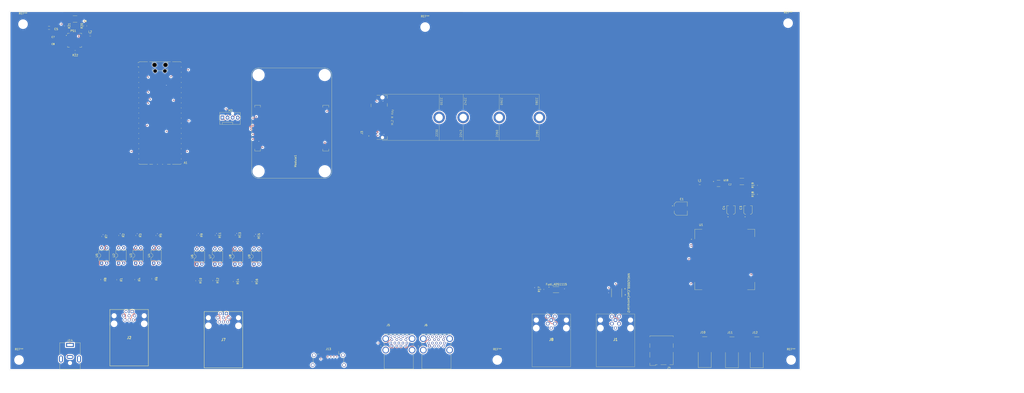
<source format=kicad_pcb>
(kicad_pcb (version 20241229) (generator "pcbnew") (generator_version "9.0")
  (layers (0 "F.Cu" signal) (4 "In1.Cu" signal "Gnd") (6 "In2.Cu" power "5V") (8 "In3.Cu" signal "Signals") (10 "In4.Cu" signal) (2 "B.Cu" signal "3.3v") (13 "F.Paste" user) (15 "B.Paste" user) (5 "F.SilkS" user "F.Silkscreen") (7 "B.SilkS" user "B.Silkscreen") (1 "F.Mask" user) (3 "B.Mask" user) (25 "Edge.Cuts" user))
  (net 0 "")
  (net 2 "Net-(A1-GPIO0)")
  (net 5 "+5V")
  (net 7 "Net-(A1-GPIO5)")
  (net 10 "Net-(A1-GPIO22)")
  (net 13 "Net-(A1-GPIO1)")
  (net 18 "Net-(A1-GPIO4)")
  (net 25 "Net-(A1-GPIO21)")
  (net 32 "GND")
  (net 33 "Net-(PS1-CTRL{slash}UVLO)")
  (net 34 "Net-(U10-SW)")
  (net 35 "Net-(U10-BST)")
  (net 36 "Net-(C3-Pad1)")
  (net 37 "Net-(PS1-SEQ)")
  (net 42 "Net-(Fuel_ADS1115-AIN0)")
  (net 44 "Net-(Fuel_ADS1115-GND)")
  (net 48 "Net-(NMEA2000_CanController2-CANL)")
  (net 50 "Net-(NMEA2000_CanController2-STBY)")
  (net 51 "Net-(J2-Pad4)")
  (net 52 "Net-(J2-Pad5)")
  (net 53 "Net-(J2-Pad6)")
  (net 57 "Net-(J2-Pad3)")
  (net 60 "Net-(J4-VCC)")
  (net 67 "Net-(J4-RST)")
  (net 72 "Net-(J4-CLK)")
  (net 74 "Net-(J4-VPP{slash}SWP)")
  (net 75 "Net-(J7-Pad5)")
  (net 76 "Net-(J7-Pad6)")
  (net 78 "Net-(J7-Pad3)")
  (net 80 "Net-(J7-Pad1)")
  (net 81 "Net-(J7-Pad4)")
  (net 87 "Net-(U1-GNSS_ANT)")
  (net 88 "Net-(U1-MAIN_ANT)")
  (net 89 "Net-(U1-AUX_ANT)")
  (net 93 "Net-(L2-Pad1)")
  (net 105 "Net-(Module1A-GPIO23)")
  (net 118 "Net-(Module1A-GPIO20)")
  (net 130 "Net-(Module1A-GPIO12)")
  (net 132 "Net-(Module1A-GPIO21)")
  (net 135 "Net-(Module1A-GPIO13)")
  (net 137 "Net-(Module1A-GPIO27)")
  (net 138 "Net-(Module1A-GPIO19)")
  (net 139 "Net-(Module1A-GPIO22)")
  (net 189 "Net-(PS1-FB)")
  (net 190 "Net-(PS1-PG)")
  (net 191 "Net-(R1-Pad1)")
  (net 192 "Net-(R4-Pad1)")
  (net 193 "Net-(R6-Pad1)")
  (net 194 "Net-(R10-Pad1)")
  (net 195 "Net-(R12-Pad1)")
  (net 196 "Net-(R14-Pad1)")
  (net 197 "Net-(R16-Pad1)")
  (net 198 "Net-(U10-FB)")
  (net 201 "/PI5_USB3_1_DP")
  (net 244 "/PI5_USB3_1_DN")
  (net 252 "Net-(J2-Pad1)")
  (net 253 "Net-(R8-Pad1)")
  (net 255 "+3.3V")
  (net 256 "Net-(C5-Pad2)")
  (net 257 "Net-(M2-PWM)")
  (net 258 "Net-(M2-Tacho)")
  (net 259 "Net-(PS1-VCC)")
  (net 261 "Net-(J3-~{PERST})")
  (net 263 "Net-(J3-PERp0)")
  (net 271 "Net-(J3-PETp0)")
  (net 282 "Net-(J3-PETn0)")
  (net 288 "Net-(J3-PERn0)")
  (net 290 "Net-(J3-~{PEWAKE})")
  (net 296 "Net-(J3-REFCLKn)")
  (net 302 "Net-(J3-~{CLKREQ})")
  (net 303 "Net-(J3-REFCLKp)")
  (net 310 "Net-(J13-D0+)")
  (net 311 "Net-(J13-CK-)")
  (net 312 "Net-(J13-HPD{slash}HEAC-)")
  (net 313 "Net-(J13-SDA)")
  (net 314 "Net-(J13-D2+)")
  (net 315 "Net-(J13-CK+)")
  (net 316 "Net-(J13-D1+)")
  (net 317 "Net-(J13-D2-)")
  (net 318 "Net-(J13-D1-)")
  (net 319 "Net-(J13-D0-)")
  (net 320 "Net-(J13-CEC)")
  (net 322 "Net-(J13-SCL)")
  (net 324 "Net-(Module1B-USB3-1-RX_P)")
  (net 330 "Net-(Module1B-USB3-0-RX_P)")
  (net 344 "Net-(Module1B-USB3-0-TX_N)")
  (net 345 "Net-(Module1B-USB3-0-D_N)")
  (net 357 "Net-(Module1B-USB3-0-TX_P)")
  (net 358 "Net-(Module1B-USB3-0-D_P)")
  (net 362 "Net-(Module1B-USB3-1-TX_N)")
  (net 368 "/Sheet2/Sim7600_DP")
  (net 371 "Net-(Module1B-USB3-1-RX_N)")
  (net 373 "Net-(Module1B-USB3-1-TX_P)")
  (net 387 "/Sheet2/Sim7600_DN")
  (net 394 "Net-(Module1B-USB3-0-RX_N)")
  (footprint "Resistor_SMD:R_0805_2012Metric" (layer "F.Cu") (at 295.0075 256.9 -90)
    (property "Reference" "R5")
    (property "Value" "R4.7k")
  )
  (footprint "Connector_Video:HDMI_A_Amphenol_10029449-x01xLF_Horizontal" (layer "F.Cu") (at 380.25 320.65)
    (property "Reference" "J13")
    (property "Value" "HDMI_A_1.4")
  )
  (footprint "RPLBuckPretty:CONV_RPL-10-CT" (layer "F.Cu") (at 253.7 159.55)
    (property "Reference" "PS1")
    (property "Value" "RPL-10-CT")
  )
  (footprint "Package_DIP:DIP-4_W7.62mm" (layer "F.Cu") (at 343.145 271.205 90)
    (property "Reference" "U9")
    (property "Value" "PC817")
  )
  (footprint "MountingHole:MountingHole_4.3mm_M4" (layer "F.Cu") (at 609.5 151.05)
    (property "Reference" "REF**")
    (property "Value" "MountingHole_4.3mm_M4")
  )
  (footprint "10uFCapPretty:CAP_EEEFN1J100L" (layer "F.Cu") (at 556 243.5)
    (property "Reference" "C1")
    (property "Value" "EEEFN1J100L")
  )
  (footprint "Package_DIP:DIP-4_W7.62mm" (layer "F.Cu") (at 333.645 271.205 90)
    (property "Reference" "U8")
    (property "Value" "PC817")
  )
  (footprint "MountingHole:MountingHole_4.3mm_M4" (layer "F.Cu") (at 464.5 319)
    (property "Reference" "REF**")
    (property "Value" "MountingHole_4.3mm_M4")
  )
  (footprint "Package_DIP:DIP-4_W7.62mm" (layer "F.Cu") (at 293.145 270.705 90)
    (property "Reference" "U4")
    (property "Value" "PC817")
  )
  (footprint "Resistor_SMD:R_0805_2012Metric" (layer "F.Cu") (at 267.92 257.4 -90)
    (property "Reference" "R7")
    (property "Value" "R4.7k")
  )
  (footprint "Resistor_SMD:R_0805_2012Metric" (layer "F.Cu") (at 487.0075 283.8125 90)
    (property "Reference" "R17")
    (property "Value" "270Ohm")
  )
  (footprint "Resistor_SMD:R_0805_2012Metric" (layer "F.Cu") (at 593.5 236.4125 90)
    (property "Reference" "R18")
    (property "Value" "R")
  )
  (footprint "SMAconPretty:TE_CONSMA002-SMD-G" (layer "F.Cu") (at 593.92 311.08)
    (property "Reference" "J12")
    (property "Value" "CONSMA002-SMD-G")
  )
  (footprint "Resistor_SMD:R_0805_2012Metric" (layer "F.Cu") (at 275.42 278.9875 -90)
    (property "Reference" "R1")
    (property "Value" "R1.2k")
  )
  (footprint "Package_DIP:DIP-4_W7.62mm" (layer "F.Cu") (at 267.145 270.705 90)
    (property "Reference" "U5")
    (property "Value" "PC817")
  )
  (footprint "MountingHole:MountingHole_4.3mm_M4" (layer "F.Cu") (at 226 319)
    (property "Reference" "REF**")
    (property "Value" "MountingHole_4.3mm_M4")
  )
  (footprint "22uFCap:CAP_EEEFN1C220R" (layer "F.Cu") (at 581 244.25 90)
    (property "Reference" "C4")
    (property "Value" "EEEFN1C220R")
  )
  (footprint "ADS1115Pretty:SOP50P490X110-10N" (layer "F.Cu") (at 493.77 283.9)
    (property "Reference" "Fuel_ADS1115")
    (property "Value" "ADS1115BQDGSRQ1")
  )
  (footprint "Pi5Pretty:Raspberry-Pi-5-Compute-Module" (layer "F.Cu") (at 345.46 224.9)
    (property "Reference" "Module1")
    (property "Value" "ComputeModule5-CM5")
  )
  (footprint "10uFCeramPretty:CAPC2012X145N" (layer "F.Cu") (at 240.54 161.4 180)
    (property "Reference" "C8")
    (property "Value" "C2012X5R1V106M125AC")
  )
  (footprint "APBuckPretty:SOT95P280X100-6N" (layer "F.Cu") (at 574.81 230.95)
    (property "Reference" "U10")
    (property "Value" "AP62301WU-7")
  )
  (footprint "Resistor_SMD:R_0805_2012Metric" (layer "F.Cu") (at 267.42 278.9 -90)
    (property "Reference" "R8")
    (property "Value" "R1.2k")
  )
  (footprint "MountingHole:MountingHole_4.3mm_M4" (layer "F.Cu") (at 428.5 153)
    (property "Reference" "REF**")
    (property "Value" "MountingHole_4.3mm_M4")
  )
  (footprint "Inductor_SMD:L_0805_2012Metric" (layer "F.Cu") (at 565.4375 231)
    (property "Reference" "L1")
    (property "Value" "L")
  )
  (footprint "Connector_BarrelJack:BarrelJack_CUI_PJ-063AH_Horizontal" (layer "F.Cu") (at 251.42 311.5)
    (property "Reference" "J14")
    (property "Value" "Barrel_Jack_MountingPin")
  )
  (footprint "470uFCeramPretty:CAPC3216X190N" (layer "F.Cu") (at 240.975 153.4 180)
    (property "Reference" "C5")
    (property "Value" "JMK316BBJ227ML-TE")
  )
  (footprint "Package_DIP:DIP-4_W7.62mm" (layer "F.Cu") (at 323.645 271.205 90)
    (property "Reference" "U7")
    (property "Value" "PC817")
  )
  (footprint "Resistor_SMD:R_0805_2012Metric" (layer "F.Cu") (at 315.42 256.8125 -90)
    (property "Reference" "R9")
    (property "Value" "R4.7k")
  )
  (footprint "MountingHole:MountingHole_4.3mm_M4" (layer "F.Cu") (at 611 319)
    (property "Reference" "REF**")
    (property "Value" "MountingHole_4.3mm_M4")
  )
  (footprint "Resistor_SMD:R_0805_2012Metric" (layer "F.Cu") (at 284.92 256.9 -90)
    (property "Reference" "R3")
    (property "Value" "R4.7k")
  )
  (footprint "MountingHole:MountingHole_4.3mm_M4" (layer "F.Cu") (at 228 151.55)
    (property "Reference" "REF**")
    (property "Value" "MountingHole_4.3mm_M4")
  )
  (footprint "Resistor_SMD:R_0805_2012Metric" (layer "F.Cu") (at 342.92 279.9 -90)
    (property "Reference" "R16")
    (property "Value" "R1.2k")
  )
  (footprint "Resistor_SMD:R_0805_2012Metric" (layer "F.Cu") (at 254.0075 165.4 180)
    (property "Reference" "R22")
    (property "Value" "100k")
  )
  (footprint "Resistor_SMD:R_0805_2012Metric" (layer "F.Cu") (at 333.5075 279.9 -90)
    (property "Reference" "R14")
    (property "Value" "R1.2k")
  )
  (footprint "SMAconPretty:TE_CONSMA002-SMD-G" (layer "F.Cu") (at 567.92 310.99)
    (property "Reference" "J10")
    (property "Value" "CONSMA002-SMD-G")
  )
  (footprint "10uFCeramPretty:CAPC2012X145N" (layer "F.Cu") (at 240.54 157.9 180)
    (property "Reference" "C7")
    (property "Value" "C2012X5R1V106M125AC")
  )
  (footprint "PH5pinPretty:1432431" (layer "F.Cu") (at 523.42 308.9)
    (property "Reference" "J1")
    (property "Value" "1432431" (hide yes))
  )
  (footprint "Resistor_SMD:R_0805_2012Metric" (layer "F.Cu") (at 344.0075 257.225 -90)
    (property "Reference" "R15")
    (property "Value" "R4.7k")
  )
  (footprint "Resistor_SMD:R_0805_2012Metric" (layer "F.Cu") (at 259 152.4 90)
    (property "Reference" "R20")
    (property "Value" "7500")
  )
  (footprint "Resistor_SMD:R_0805_2012Metric" (layer "F.Cu") (at 324.5075 256.8125 -90)
    (property "Reference" "R11")
    (property "Value" "R4.7k")
  )
  (footprint "Module:RaspberryPi_Pico_SMD_HandSolder" (layer "F.Cu") (at 296.31 195.87)
    (property "Reference" "A1")
    (property "Value" "RaspberryPi_Pico")
  )
  (footprint "Package_DIP:DIP-4_W7.62mm" (layer "F.Cu") (at 284.145 270.705 90)
    (property "Reference" "U3")
    (property "Value" "PC817")
  )
  (footprint "Package_DIP:DIP-4_W7.62mm" (layer "F.Cu") (at 314.645 271.205 90)
    (property "Reference" "U6")
    (property "Value" "PC817")
  )
  (footprint "Connector_JAE:JAE_SIM_Card_SF72S006" (layer "F.Cu") (at 547.4 312.285)
    (property "Reference" "J4")
    (property "Value" "JAE_SIM_Card_SF72S006")
  )
  (footprint "PH5pinPretty:1432431" (layer "F.Cu") (at 491.42 308.9)
    (property "Reference" "J8")
    (property "Value" "1432431" (hide yes))
  )
  (footprint "Pi5Pretty:M.2 M Key socket" (layer "F.Cu") (at 407.225 198.05 90)
    (property "Reference" "J3")
    (property "Value" "Bus_M.2_Socket_M")
  )
  (footprint "StackedUSBPretty:MOLEX_484060003" (layer "F.Cu") (at 434.161 314.05)
    (property "Reference" "J6")
    (property "Value" "USB3_A")
  )
  (footprint "Package_DIP:DIP-4_W7.62mm" (layer "F.Cu") (at 275.645 270.705 90)
    (property "Reference" "U2")
    (property "Value" "PC817")
  )
  (footprint "Connector:FanPinHeader_1x04_P2.54mm_Vertical" (layer "F.Cu") (at 327.42 198.16)
    (property "Reference" "M2")
    (property "Value" "Fan_CPU_4pin")
  )
  (footprint "22uFCap:CAP_EEEFN1C220R" (layer "F.Cu") (at 589.5 244.25 90)
    (property "Reference" "C3")
    (property "Value" "EEEFN1C220R")
  )
  (footprint "Resistor_SMD:R_0805_2012Metric" (layer "F.Cu") (at 292.92 278.4875 -90)
    (property "Reference" "R6")
    (property "Value" "R1.2k")
  )
  (footprint "Resistor_SMD:R_0805_2012Metric" (layer "F.Cu") (at 323.42 279.4 -90)
    (property "Reference" "R12")
    (property "Value" "R1.2k")
  )
  (footprint "Resistor_SMD:R_0805_2012Metric" (layer "F.Cu") (at 314.92 279.4875 -90)
    (property "Reference" "R10")
    (property "Value" "R1.2k")
  )
  (footprint "100nFCapPretty:CAPC4532X185N" (layer "F.Cu") (at 586.443 230)
    (property "Reference" "C2")
    (property "Value" "C1812W104KDRACTU")
  )
  (footprint "PHPretty:1436987" (layer "F.Cu") (at 329.42 295.85)
    (property "Reference" "J7")
    (property "Value" "1436987" (hide yes))
  )
  (footprint "Inductor_SMD:L_0805_2012Metric" (layer "F.Cu") (at 261.4825 156.9)
    (property "Reference" "L2")
    (property "Value" "L")
  )
  (footprint "100nFCapPretty:CAPC4532X185N" (layer "F.Cu") (at 253.943 149 180)
    (property "Reference" "C6")
    (property "Value" "C1812W104KDRACTU")
  )
  (footprint "Sim7600Pretty:IC_SIM7600E-H" (layer "F.Cu") (at 577.92 268.9)
    (property "Reference" "U1")
    (property "Value" "SIM7600E-H")
  )
  (footprint "SMAconPretty:TE_CONSMA002-SMD-G" (layer "F.Cu") (at 581.52 311.08)
    (property "Reference" "J11")
    (property "Value" "CONSMA002-SMD-G")
  )
  (footprint "Resistor_SMD:R_0805_2012Metric" (layer "F.Cu") (at 593.5 231.9125 90)
    (property "Reference" "R19")
    (property "Value" "R")
  )
  (footprint "MCP2562-HPretty:SOIC8-N_MC_MCH" (layer "F.Cu") (at 524.015 285.5378 -90)
    (property "Reference" "NMEA2000_CanController2")
    (property "Value" "MCP2562FD-H/SN")
  )
  (footprint "Resistor_SMD:R_0805_2012Metric" (layer "F.Cu") (at 284.42 278.9 -90)
    (property "Reference" "R4")
    (property "Value" "R1.2k")
  )
  (footprint "Resistor_SMD:R_0805_2012Metric" (layer "F.Cu") (at 249.42 152.4 -90)
    (property "Reference" "R21")
    (property "Value" "1020")
  )
  (footprint "PHPretty:1436987" (layer "F.Cu") (at 282.42 294.85)
    (property "Reference" "J2")
    (property "Value" "1436987" (hide yes))
  )
  (footprint "StackedUSBPretty:MOLEX_484060003" (layer "F.Cu") (at 415.43 314.05)
    (property "Reference" "J5")
    (property "Value" "USB3_A")
  )
  (footprint "Resistor_SMD:R_0805_2012Metric" (layer "F.Cu") (at 334.5075 256.725 -90)
    (property "Reference" "R13")
    (property "Value" "R4.7k")
  )
  (footprint "Resistor_SMD:R_0805_2012Metric" (layer "F.Cu") (at 276.42 256.9 -90)
    (property "Reference" "R2")
    (property "Value" "R4.7k")
  )
  (gr_line (start 562 268.5) (end 560 268.5) (stroke (width 0.2)) (layer "F.Cu") (net 32))
  (gr_rect (start 221.25 145) (end 615.75 324) (stroke (width 0.05)) (fill no) (layer "Edge.Cuts"))
  (segment (start 267.145 259.0875) (end 267.92 258.3125) (width 0.2) (layer "F.Cu") (net 2))
  (segment (start 281.73 171.77) (end 286.73 171.77) (width 0.2) (layer "F.Cu") (net 2))
  (segment (start 267.145 263.085) (end 267.145 259.0875) (width 0.2) (layer "F.Cu") (net 2))
  (segment (start 266.919 186.581) (end 281.73 171.77) (width 0.2) (layer "F.Cu") (net 2))
  (segment (start 266.919 257.3115) (end 266.919 186.581) (width 0.2) (layer "F.Cu") (net 2))
  (segment (start 267.92 258.3125) (end 266.919 257.3115) (width 0.2) (layer "F.Cu") (net 2))
  (segment (start 255.41766 166.401) (end 261.1585 160.66016) (width 0.2) (layer "F.Cu") (net 5))
  (segment (start 257.001 146.944) (end 248.876 146.944) (width 0.2) (layer "F.Cu") (net 5))
  (segment (start 252.372 164.399) (end 253.79066 164.399) (width 0.2) (layer "F.Cu") (net 5))
  (segment (start 343.42 208.8) (end 342.7 208.8) (width 0.2) (layer "F.Cu") (net 5))
  (segment (start 248.876 146.944) (end 242.42 153.4) (width 0.2) (layer "F.Cu") (net 5))
  (segment (start 376.5 315.5) (end 376.5 318.55) (width 0.2) (layer "F.Cu") (net 5))
  (segment (start 251.886 149.0215) (end 251.886 149) (width 0.2) (layer "F.Cu") (net 5))
  (segment (start 249.42 151.4875) (end 247.0625 151.4875) (width 0.2) (layer "F.Cu") (net 5))
  (segment (start 242.42 153.4) (end 246.82 149) (width 0.2) (layer "F.Cu") (net 5))
  (segment (start 329.96 198.16) (end 329.96 194.46) (width 0.2) (layer "F.Cu") (net 5))
  (segment (start 342.7 208.8) (end 342.5 209) (width 0.2) (layer "F.Cu") (net 5))
  (segment (start 250.7 162.727) (end 252.372 164.399) (width 0.2) (layer "F.Cu") (net 5))
  (segment (start 252.0825 157.525) (end 252.4825 157.125) (width 0.2) (layer "F.Cu") (net 5))
  (segment (start 249.42 151.466) (end 249.42 151.4875) (width 0.2) (layer "F.Cu") (net 5))
  (segment (start 252.4825 157.125) (end 252.4825 156.5125) (width 0.2) (layer "F.Cu") (net 5))
  (segment (start 249 149) (end 251.886 149) (width 0.2) (layer "F.Cu") (net 5))
  (segment (start 254.1065 164.71484) (end 254.1065 166.08516) (width 0.2) (layer "F.Cu") (net 5))
  (segment (start 261.1585 151.1015) (end 257.001 146.944) (width 0.2) (layer "F.Cu") (net 5))
  (segment (start 246.545 157.525) (end 242.42 153.4) (width 0.2) (layer "F.Cu") (net 5))
  (segment (start 261.1585 160.66016) (end 261.1585 151.1015) (width 0.2) (layer "F.Cu") (net 5))
  (segment (start 252.4825 156.25) (end 252.4825 156.5125) (width 0.2) (layer "F.Cu") (net 5))
  (segment (start 249.5 157.525) (end 246.545 157.525) (width 0.2) (layer "F.Cu") (net 5))
  (segment (start 251.886 149) (end 249.42 151.466) (width 0.2) (layer "F.Cu") (net 5))
  (segment (start 250.6825 157.525) (end 252.0825 157.525) (width 0.2) (layer "F.Cu") (net 5))
  (segment (start 254.42234 166.401) (end 255.41766 166.401) (width 0.2) (layer "F.Cu") (net 5))
  (segment (start 254.1065 166.08516) (end 254.42234 166.401) (width 0.2) (layer "F.Cu") (net 5))
  (segment (start 247.0625 151.4875) (end 247 151.55) (width 0.2) (layer "F.Cu") (net 5))
  (segment (start 253.79066 164.399) (end 254.1065 164.71484) (width 0.2) (layer "F.Cu") (net 5))
  (segment (start 329.96 194.46) (end 329.25 193.75) (width 0.2) (layer "F.Cu") (net 5))
  (segment (start 310.5 174.31) (end 306.11 174.31) (width 0.2) (layer "F.Cu") (net 5))
  (segment (start 250.6825 157.525) (end 249.5 157.525) (width 0.2) (layer "F.Cu") (net 5))
  (segment (start 250.7 161.55) (end 250.7 162.727) (width 0.2) (layer "F.Cu") (net 5))
  (segment (start 246.82 149) (end 249 149) (width 0.2) (layer "F.Cu") (net 5))
  (via (at 310.5 174.31) (size 0.6) (drill 0.3) (layers "F.Cu" "B.Cu") (net 5))
  (via (at 247 151.55) (size 0.6) (drill 0.3) (layers "F.Cu" "B.Cu") (net 5))
  (via (at 329.25 193.75) (size 0.6) (drill 0.3) (layers "F.Cu" "B.Cu") (net 5))
  (via (at 376.5 318.55) (size 0.6) (drill 0.3) (layers "F.Cu" "B.Cu") (net 5))
  (via (at 342.5 209) (size 0.6) (drill 0.3) (layers "F.Cu" "B.Cu") (net 5))
  (segment (start 289.51 187.01) (end 291.5 189) (width 0.2) (layer "F.Cu") (net 7))
  (segment (start 343.42 204.4) (end 341.9 204.4) (width 0.2) (layer "F.Cu") (net 7))
  (segment (start 341.9 204.4) (end 341.5 204) (width 0.2) (layer "F.Cu") (net 7))
  (segment (start 286.73 187.01) (end 289.51 187.01) (width 0.2) (layer "F.Cu") (net 7))
  (via (at 341.5 204) (size 0.6) (drill 0.3) (layers "F.Cu" "B.Cu") (net 7))
  (via (at 291.5 189) (size 0.6) (drill 0.3) (layers "F.Cu" "B.Cu") (net 7))
  (segment (start 522.11 283.1756) (end 520.1756 283.1756) (width 0.2) (layer "F.Cu") (net 10))
  (segment (start 306.11 199.71) (end 310.71 199.71) (width 0.2) (layer "F.Cu") (net 10))
  (segment (start 520.1756 283.1756) (end 520 283) (width 0.2) (layer "F.Cu") (net 10))
  (segment (start 310.71 199.71) (end 310.75 199.75) (width 0.2) (layer "F.Cu") (net 10))
  (via (at 310.75 199.75) (size 0.6) (drill 0.3) (layers "F.Cu" "B.Cu") (net 10))
  (via (at 520 283) (size 0.6) (drill 0.3) (layers "F.Cu" "B.Cu") (net 10))
  (segment (start 282.5 262.99705) (end 282.5 245.5) (width 0.2) (layer "F.Cu") (net 13))
  (segment (start 299.14995 257.725) (end 294.246 262.62895) (width 0.2) (layer "F.Cu") (net 13))
  (segment (start 294.246 263.54105) (end 293.60105 264.186) (width 0.2) (layer "F.Cu") (net 13))
  (segment (start 269 232) (end 269 187.5) (width 0.2) (layer "F.Cu") (net 13))
  (segment (start 314.645 263.585) (end 314.645 258.5) (width 0.2) (layer "F.Cu") (net 13))
  (segment (start 282.19 174.31) (end 285.13 174.31) (width 0.2) (layer "F.Cu") (net 13))
  (segment (start 294.246 262.62895) (end 294.246 263.54105) (width 0.2) (layer "F.Cu") (net 13))
  (segment (start 314.645 258.5) (end 315.42 257.725) (width 0.2) (layer "F.Cu") (net 13))
  (segment (start 293.60105 264.186) (end 283.68895 264.186) (width 0.2) (layer "F.Cu") (net 13))
  (segment (start 269 187.5) (end 282.19 174.31) (width 0.2) (layer "F.Cu") (net 13))
  (segment (start 282.5 245.5) (end 269 232) (width 0.2) (layer "F.Cu") (net 13))
  (segment (start 315.42 257.725) (end 299.14995 257.725) (width 0.2) (layer "F.Cu") (net 13))
  (segment (start 283.68895 264.186) (end 282.5 262.99705) (width 0.2) (layer "F.Cu") (net 13))
  (segment (start 342 203.5) (end 341.5 203) (width 0.2) (layer "F.Cu") (net 18))
  (segment (start 286.73 184.47) (end 289.47 184.47) (width 0.2) (layer "F.Cu") (net 18))
  (segment (start 289.47 184.47) (end 290.5 185.5) (width 0.2) (layer "F.Cu") (net 18))
  (segment (start 343.42 203.6) (end 342.1 203.6) (width 0.2) (layer "F.Cu") (net 18))
  (segment (start 342.1 203.6) (end 342 203.5) (width 0.2) (layer "F.Cu") (net 18))
  (via (at 341.5 203) (size 0.6) (drill 0.3) (layers "F.Cu" "B.Cu") (net 18))
  (via (at 290.5 185.5) (size 0.6) (drill 0.3) (layers "F.Cu" "B.Cu") (net 18))
  (segment (start 344.5 168) (end 307.71 204.79) (width 0.2) (layer "F.Cu") (net 25))
  (segment (start 525.92 225.92) (end 468 168) (width 0.2) (layer "F.Cu") (net 25))
  (segment (start 525.92 283.1756) (end 525.92 225.92) (width 0.2) (layer "F.Cu") (net 25))
  (segment (start 307.71 204.79) (end 306.11 204.79) (width 0.2) (layer "F.Cu") (net 25))
  (segment (start 468 168) (end 344.5 168) (width 0.2) (layer "F.Cu") (net 25))
  (segment (start 401.95 193.25) (end 402.9099 193.25) (width 0.2) (layer "F.Cu") (net 32))
  (segment (start 259 151.4875) (end 259 150.55) (width 0.2) (layer "F.Cu") (net 32))
  (segment (start 255.6825 156.5125) (end 255.6825 157.55) (width 0.2) (layer "F.Cu") (net 32))
  (segment (start 592.594 311.629248) (end 592.594 310.306) (width 0.2) (layer "F.Cu") (net 32))
  (segment (start 306.11 202.25) (end 303.36 205) (width 0.2) (layer "F.Cu") (net 32))
  (segment (start 403.25 203.75) (end 405 205.5) (width 0.2) (layer "F.Cu") (net 32))
  (segment (start 564.721 258.099) (end 563.401 258.099) (width 0.2) (layer "F.Cu") (net 32))
  (segment (start 564.82 310.99) (end 566.146 312.316) (width 0.2) (layer "F.Cu") (net 32))
  (segment (start 584.42 284.6) (end 584.42 284) (width 0.2) (layer "F.Cu") (net 32))
  (segment (start 592.42 259.4) (end 593.02 259.4) (width 0.2) (layer "F.Cu") (net 32))
  (segment (start 593.62 278.4) (end 593.02 278.4) (width 0.2) (layer "F.Cu") (net 32))
  (segment (start 401.95 203.75) (end 403.25 203.75) (width 0.2) (layer "F.Cu") (net 32))
  (segment (start 402.977 196.25) (end 403.026 196.299) (width 0.2) (layer "F.Cu") (net 32))
  (segment (start 592.594 310.306) (end 594.42 308.48) (width 0.2) (layer "F.Cu") (net 32))
  (segment (start 562.82 263.4) (end 563.6 263.4) (width 0.2) (layer "F.Cu") (net 32))
  (segment (start 401.95 205.25) (end 404.75 205.25) (width 0.2) (layer "F.Cu") (net 32))
  (segment (start 303.36 205) (end 299.5 205) (width 0.2) (layer "F.Cu") (net 32))
  (segment (start 591 262.5) (end 591 260.82) (width 0.2) (layer "F.Cu") (net 32))
  (segment (start 254.1375 161.8) (end 254.9 162.5625) (width 0.2) (layer "F.Cu") (net 32))
  (segment (start 564.021 267.799) (end 563.42 268.4) (width 0.2) (layer "F.Cu") (net 32))
  (segment (start 547.539 315.674) (end 544.86 312.995) (width 0.2) (layer "F.Cu") (net 32))
  (segment (start 593.02 261.4) (end 593.02 262.4) (width 0.2) (layer "F.Cu") (net 32))
  (segment (start 593.02 276.4) (end 591.1 276.4) (width 0.2) (layer "F.Cu") (net 32))
  (segment (start 587.42 283.4) (end 592.42 278.4) (width 0.2) (layer "F.Cu") (net 32))
  (segment (start 583.294 312.406) (end 584.62 311.08) (width 0.2) (layer "F.Cu") (net 32))
  (segment (start 569.694 312.316) (end 571.02 310.99) (width 0.2) (layer "F.Cu") (net 32))
  (segment (start 593.370752 312.406) (end 592.594 311.629248) (width 0.2) (layer "F.Cu") (net 32))
  (segment (start 570.42 253.2) (end 570.42 253.8) (width 0.2) (layer "F.Cu") (net 32))
  (segment (start 558.569942 243.5) (end 568.42 253.350058) (width 0.2) (layer "F.Cu") (net 32))
  (segment (start 253.6825 161.775) (end 254.12 161.775) (width 0.2) (layer "F.Cu") (net 32))
  (segment (start 401.95 199.25) (end 402.977 199.25) (width 0.2) (layer "F.Cu") (net 32))
  (segment (start 254.5555 158.725) (end 253.6825 159.598) (width 0.2) (layer "F.Cu") (net 32))
  (segment (start 306.11 214.95) (end 309.95 214.95) (width 0.2) (layer "F.Cu") (net 32))
  (segment (start 430.5 308.85) (end 429.9168 308.85) (width 0.2) (layer "F.Cu") (net 32))
  (segment (start 578.42 311.08) (end 577.184 312.316) (width 0.2) (layer "F.Cu") (net 32))
  (segment (start 590.82 311.08) (end 592.146 312.406) (width 0.2) (layer "F.Cu") (net 32))
  (segment (start 403.026 199.299) (end 403.026 200.701) (width 0.2) (layer "F.Cu") (net 32))
  (segment (start 592.42 278.4) (end 593.02 278.4) (width 0.2) (layer "F.Cu") (net 32))
  (segment (start 572.171058 252.599) (end 582.819 252.599) (width 0.2) (layer "F.Cu") (net 32))
  (segment (start 582.819 252.599) (end 583.42 253.2) (width 0.2) (layer "F.Cu") (net 32))
  (segment (start 310 215) (end 309.95 214.95) (width 0.2) (layer "F.Cu") (net 32))
  (segment (start 589.494 312.406) (end 566.236 312.406) (width 0.2) (layer "F.Cu") (net 32))
  (segment (start 593.5 231) (end 590.043 227.543) (width 0.2) (layer "F.Cu") (net 32))
  (segment (start 561.22 281) (end 561 281) (width 0.2) (layer "F.Cu") (net 32))
  (segment (start 419.245219 313.05) (end 411.07 313.05) (width 0.2) (layer "F.Cu") (net 32))
  (segment (start 302.65 176.85) (end 306.11 176.85) (width 0.2) (layer "F.Cu") (net 32))
  (segment (start 593.02 262.4) (end 591.1 262.4) (width 0.2) (layer "F.Cu") (net 32))
  (segment (start 578.42 311.08) (end 579.746 312.406) (width 0.2) (layer "F.Cu") (net 32))
  (segment (start 524.65 282.15) (end 523.5 281) (width 0.2) (layer "F.Cu") (net 32))
  (segment (start 256.695 158.725) (end 254.5555 158.725) (width 0.2) (layer "F.Cu") (net 32))
  (segment (start 289.35 176.85) (end 290.5 178) (width 0.2) (layer "F.Cu") (net 32))
  (segment (start 560 268.5) (end 560 270.18) (width 0.2) (layer "F.Cu") (net 32))
  (segment (start 404.32995 194.67005) (end 404.25 194.75) (width 0.2) (layer "F.Cu") (net 32))
  (segment (start 583.42 253.2) (end 583.42 253.8) (width 0.2) (layer "F.Cu") (net 32))
  (segment (start 379.7 194.8) (end 379.5 195) (width 0.2) (layer "F.Cu") (net 32))
  (segment (start 346.5 212.8) (end 347.3 212.8) (width 0.2) (layer "F.Cu") (net 32))
  (segment (start 404.5 206) (end 405 205.5) (width 0.2) (layer "F.Cu") (net 32))
  (segment (start 577.184 312.316) (end 566.146 312.316) (width 0.2) (layer "F.Cu") (net 32))
  (segment (start 409.6818 310.3682) (end 411.2 308.85) (width 0.2) (layer "F.Cu") (net 32))
  (segment (start 579.746 312.406) (end 583.294 312.406) (width 0.2) (layer "F.Cu") (net 32))
  (segment (start 401.95 188.75) (end 401.95 189.75) (width 0.2) (layer "F.Cu") (net 32))
  (segment (start 409.6818 310.55) (end 405 310.55) (width 0.2) (layer "F.Cu") (net 32))
  (segment (start 562.22 263.4) (end 562.82 263.4) (width 0.2) (layer "F.Cu") (net 32))
  (segment (start 342.65 206.4) (end 342.5 206.55) (width 0.2) (layer "F.Cu") (net 32))
  (segment (start 592.42 259.4) (end 587.42 254.4) (width 0.2) (layer "F.Cu") (net 32))
  (segment (start 282 215) (end 282.05 214.95) (width 0.2) (layer "F.Cu") (net 32))
  (segment (start 377.9 211.6) (end 378.5 211) (width 0.2) (layer "F.Cu") (net 32))
  (segment (start 581 242.5) (end 589.5 242.5) (width 0.2) (layer "F.Cu") (net 32))
  (segment (start 563.269942 263.4) (end 564.021 264.151058) (width 0.2) (layer "F.Cu") (net 32))
  (segment (start 571.42 253.8) (end 571.42 253.350058) (width 0.2) (layer "F.Cu") (net 32))
  (segment (start 377.648 317.5) (end 380 317.5) (width 0.2) (layer "F.Cu") (net 32))
  (segment (start 564.021 264.151058) (end 564.021 267.799) (width 0.2) (layer "F.Cu") (net 32))
  (segment (start 401.95 189.75) (end 404.25 189.75) (width 0.2) (layer "F.Cu") (net 32))
  (segment (start 591 260.82) (end 592.42 259.4) (width 0.2) (layer "F.Cu") (net 32))
  (segment (start 404.75 207.25) (end 405 207) (width 0.2) (layer "F.Cu") (net 32))
  (segment (start 563.401 258.099) (end 562.82 258.68) (width 0.2) (layer "F.Cu") (net 32))
  (segment (start 562.22 272.4) (end 562.82 272.4) (width 0.2) (layer "F.Cu") (net 32))
  (segment (start 568.42 253.350058) (end 569.171058 252.599) (width 0.2) (layer "F.Cu") (net 32))
  (segment (start 591.1 262.4) (end 591 262.5) (width 0.2) (layer "F.Cu") (net 32))
  (segment (start 583.42 253.8) (end 584.42 253.8) (width 0.2) (layer "F.Cu") (net 32))
  (segment (start 562.82 279.4) (end 561.22 281) (width 0.2) (layer "F.Cu") (net 32))
  (segment (start 384.5 315.5) (end 384.5 317.5) (width 0.2) (layer "F.Cu") (net 32))
  (segment (start 573.62 229.505) (end 573.62 230) (width 0.2) (layer "F.Cu") (net 32))
  (segment (start 377 316.852) (end 377.648 317.5) (width 0.2) (layer "F.Cu") (net 32))
  (segment (start 586.668942 285.201) (end 585.021 285.201) (width 0.2) (layer "F.Cu") (net 32))
  (segment (start 377.42 211.6) (end 377.9 211.6) (width 0.2) (layer "F.Cu") (net 32))
  (segment (start 595.694 312.406) (end 593.370752 312.406) (width 0.2) (layer "F.Cu") (net 32))
  (segment (start 401.95 200.75) (end 402.977 200.75) (width 0.2) (layer "F.Cu") (net 32))
  (segment (start 409.6818 311.6618) (end 409.6818 310.55) (width 0.2) (layer "F.Cu") (net 32))
  (segment (start 571.42 253.350058) (end 572.171058 252.599) (width 0.2) (layer "F.Cu") (net 32))
  (segment (start 380.5 194.8) (end 379.7 194.8) (width 0.2) (layer "F.Cu") (net 32))
  (segment (start 575.582 227.543) (end 573.62 229.505) (width 0.2) (layer "F.Cu") (net 32))
  (segment (start 402.977 199.25) (end 403.026 199.299) (width 0.2) (layer "F.Cu") (net 32))
  (segment (start 289 176.85) (end 289.35 176.85) (width 0.2) (layer "F.Cu") (net 32))
  (segment (start 594.501 238.499) (end 594.501 232.001) (width 0.2) (layer "F.Cu") (net 32))
  (segment (start 378.5 211) (end 378.5 210.5) (width 0.2) (layer "F.Cu") (net 32))
  (segment (start 587.42 253.350058) (end 587.42 253.8) (width 0.2) (layer "F.Cu") (net 32))
  (segment (start 560 270.18) (end 562.22 272.4) (width 0.2) (layer "F.Cu") (net 32))
  (segment (start 343.42 202) (end 342.5 202) (width 0.2) (layer "F.Cu") (net 32))
  (segment (start 343.42 206.4) (end 342.65 206.4) (width 0.2) (layer "F.Cu") (net 32))
  (segment (start 569.819 252.599) (end 570.42 253.2) (width 0.2) (layer "F.Cu") (net 32))
  (segment (start 587.42 284.449942) (end 586.668942 285.201) (width 0.2) (layer "F.Cu") (net 32))
  (segment (start 401.95 197.75) (end 402.977 197.75) (width 0.2) (layer "F.Cu") (net 32))
  (segment (start 342.769 201.998) (end 342.769 202) (width 0.2) (layer "F.Cu") (net 32))
  (segment (start 564.021 260.821) (end 563.6 260.4) (width 0.2) (layer "F.Cu") (net 32))
  (segment (start 592.146 312.406) (end 595.694 312.406) (width 0.2) (layer "F.Cu") (net 32))
  (segment (start 562.82 260.4) (end 562.82 259.4) (width 0.2) (layer "F.Cu") (net 32))
  (segment (start 593.92 278.4) (end 593.02 278.4) (width 0.2) (layer "F.Cu") (net 32))
  (segment (start 253.6825 161.775) (end 253.9085 162.001) (width 0.2) (layer "F.Cu") (net 32))
  (segment (start 426.7008 312.066) (end 420.229219 312.066) (width 0.2) (layer "F.Cu") (net 32))
  (segment (start 587.42 284) (end 587.42 284.449942) (width 0.2) (layer "F.Cu") (net 32))
  (segment (start 403.25 201.023) (end 403.25 202.25) (width 0.2) (layer "F.Cu") (net 32))
  (segment (start 402.977 194.75) (end 403.026 194.799) (width 0.2) (layer "F.Cu") (net 32))
  (segment (start 347.3 212.8) (end 347.5 213) (width 0.2) (layer "F.Cu") (net 32))
  (segment (start 594.501 232.001) (end 593.5 231) (width 0.2) (layer "F.Cu") (net 32))
  (segment (start 593.469942 276.4) (end 594.221 277.151058) (width 0.2) (layer "F.Cu") (net 32))
  (segment (start 591.1 276.4) (end 591 276.5) (width 0.2) (layer "F.Cu") (net 32))
  (segment (start 411.2 308.85) (end 411.93 308.85) (width 0.2) (layer "F.Cu") (net 32))
  (segment (start 379.6 211.6) (end 378.5 210.5) (width 0.2) (layer "F.Cu") (net 32))
  (segment (start 381.5 315.5) (end 381.5 317.5) (width 0.2) (layer "F.Cu") (net 32))
  (segment (start 420.229219 312.066) (end 419.245219 313.05) (width 0.2) (layer "F.Cu") (net 32))
  (segment (start 563.6 260.4) (end 562.82 260.4) (width 0.2) (layer "F.Cu") (net 32))
  (segment (start 568.42 253.8) (end 568.42 253.350058) (width 0.2) (layer "F.Cu") (net 32))
  (segment (start 590.601 250.169058) (end 587.42 253.350058) (width 0.2) (layer "F.Cu") (net 32))
  (segment (start 558.5 243.5) (end 558.569942 243.5) (width 0.2) (layer "F.Cu") (net 32))
  (segment (start 560.136 315.674) (end 547.539 315.674) (width 0.2) (layer "F.Cu") (net 32))
  (segment (start 402.977 200.75) (end 403.25 201.023) (width 0.2) (layer "F.Cu") (net 32))
  (segment (start 286.73 189.55) (end 289.05 189.55) (width 0.2) (layer "F.Cu") (net 32))
  (segment (start 590.5 242.5) (end 594.501 238.499) (width 0.2) (layer "F.Cu") (net 32))
  (segment (start 569.171058 252.599) (end 569.819 252.599) (width 0.2) (layer "F.Cu") (net 32))
  (segment (start 585.021 285.201) (end 584.42 284.6) (width 0.2) (layer "F.Cu") (net 32))
  (segment (start 405 204) (end 405 205.5) (width 0.2) (layer "F.Cu") (net 32))
  (segment (start 524.65 283.1756) (end 524.65 282.15) (width 0.2) (layer "F.Cu") (net 32))
  (segment (start 593.02 276.4) (end 593.469942 276.4) (width 0.2) (layer "F.Cu") (net 32))
  (segment (start 403.026 200.701) (end 402.977 200.75) (width 0.2) (layer "F.Cu") (net 32))
  (segment (start 306.11 189.55) (end 303.05 189.55) (width 0.2) (layer "F.Cu") (net 32))
  (segment (start 589.5 242.5) (end 590.601 243.601) (width 0.2) (layer "F.Cu") (net 32))
  (segment (start 380.5 211.6) (end 379.6 211.6) (width 0.2) (layer "F.Cu") (net 32))
  (segment (start 411.07 313.05) (end 409.6818 311.6618) (width 0.2) (layer "F.Cu") (net 32))
  (segment (start 255.6825 157.55) (end 255.6825 157.975) (width 0.2) (layer "F.Cu") (net 32))
  (segment (start 327.42 198.16) (end 331.258 201.998) (width 0.2) (layer "F.Cu") (net 32))
  (segment (start 404.25 194.75) (end 401.95 194.75) (width 0.2) (layer "F.Cu") (net 32))
  (segment (start 403.75 206.75) (end 404.5 206) (width 0.2) (layer "F.Cu") (net 32))
  (segment (start 568.42 253.8) (end 568.42 254.4) (width 0.2) (layer "F.Cu") (net 32))
  (segment (start 380 315.5) (end 380 317.5) (width 0.2) (layer "F.Cu") (net 32))
  (segment (start 289.75 202.25) (end 290 202) (width 0.2) (layer "F.Cu") (net 32))
  (segment (start 286.62 176.82) (end 288.97 176.82) (width 0.2) (layer "F.Cu") (net 32))
  (segment (start 562.82 263.4) (end 563.269942 263.4) (width 0.2) (layer "F.Cu") (net 32))
  (segment (start 331.258 201.998) (end 342.769 201.998) (width 0.2) (layer "F.Cu") (net 32))
  (segment (start 562.82 260.4) (end 562.370058 260.4) (width 0.2) (layer "F.Cu") (net 32))
  (segment (start 595.694 312.406) (end 597.02 311.08) (width 0.2) (layer "F.Cu") (net 32))
  (segment (start 403.25 202.25) (end 405 204) (width 0.2) (layer "F.Cu") (net 32))
  (segment (start 403.026 194.799) (end 403.026 196.201) (width 0.2) (layer "F.Cu") (net 32))
  (segment (start 301.75 177.75) (end 302.65 176.85) (width 0.2) (layer "F.Cu") (net 32))
  (segment (start 566.236 312.406) (end 564.82 310.99) (width 0.2) (layer "F.Cu") (net 32))
  (segment (start 288.97 176.82) (end 289 176.85) (width 0.2) (layer "F.Cu") (net 32))
  (segment (start 589.5 242.5) (end 590.5 242.5) (width 0.2) (layer "F.Cu") (net 32))
  (segment (start 401.95 206.75) (end 403.75 206.75) (width 0.2) (layer "F.Cu") (net 32))
  (segment (start 566.146 312.316) (end 569.694 312.316) (width 0.2) (layer "F.Cu") (net 32))
  (segment (start 259 150.55) (end 258.5 150.05) (width 0.2) (layer "F.Cu") (net 32))
  (segment (start 401.95 202.25) (end 403.25 202.25) (width 0.2) (layer "F.Cu") (net 32))
  (segment (start 590.601 243.601) (end 590.601 250.169058) (width 0.2) (layer "F.Cu") (net 32))
  (segment (start 403.026 196.201) (end 402.977 196.25) (width 0.2) (layer "F.Cu") (net 32))
  (segment (start 564.021 262.979) (end 564.021 260.821) (width 0.2) (layer "F.Cu") (net 32))
  (segment (start 403.026 197.799) (end 403.026 198.5) (width 0.2) (layer "F.Cu") (net 32))
  (segment (start 286.73 214.95) (end 282.05 214.95) (width 0.2) (layer "F.Cu") (net 32))
  (segment (start 587.42 284) (end 587.42 283.4) (width 0.2) (layer "F.Cu") (net 32))
  (segment (start 403.026 196.299) (end 403.026 198.5) (width 0.2) (layer "F.Cu") (net 32))
  (segment (start 403.026 198.5) (end 403.026 199.201) (width 0.2) (layer "F.Cu") (net 32))
  (segment (start 253.6825 159.598) (end 253.6825 161.775) (width 0.2) (layer "F.Cu") (net 32))
  (segment (start 571.42 253.8) (end 570.42 253.8) (width 0.2) (layer "F.Cu") (net 32))
  (segment (start 568.42 254.4) (end 564.721 258.099) (width 0.2) (layer "F.Cu") (net 32))
  (segment (start 286.73 202.25) (end 289.75 202.25) (width 0.2) (layer "F.Cu") (net 32))
  (segment (start 594.42 308.48) (end 594.42 278.9) (width 0.2) (layer "F.Cu") (net 32))
  (segment (start 289.05 189.55) (end 290.5 191) (width 0.2) (layer "F.Cu") (net 32))
  (segment (start 401.95 207.25) (end 404.75 207.25) (width 0.2) (layer "F.Cu") (net 32))
  (segment (start 254.8825 162.8) (end 254.8825 162.5375) (width 0.2) (layer "F.Cu") (net 32))
  (segment (start 303.05 189.55) (end 303 189.5) (width 0.2) (layer "F.Cu") (net 32))
  (segment (start 403.026 199.201) (end 402.977 199.25) (width 0.2) (layer "F.Cu") (net 32))
  (segment (start 594.42 278.9) (end 593.92 278.4) (width 0.2) (layer "F.Cu") (net 32))
  (segment (start 383 315.5) (end 383 317.5) (width 0.2) (layer "F.Cu") (net 32))
  (segment (start 594.221 277.799) (end 593.62 278.4) (width 0.2) (layer "F.Cu") (net 32))
  (segment (start 430.661 308.85) (end 430.5 308.85) (width 0.2) (layer "F.Cu") (net 32))
  (segment (start 562.82 258.68) (end 562.82 259.4) (width 0.2) (layer "F.Cu") (net 32))
  (segment (start 563.6 263.4) (end 564.021 262.979) (width 0.2) (layer "F.Cu") (net 32))
  (segment (start 256.4325 158.725) (end 256.695 158.725) (width 0.2) (layer "F.Cu") (net 32))
  (segment (start 253.7 161.8) (end 254.1375 161.8) (width 0.2) (layer "F.Cu") (net 32))
  (segment (start 255.6825 157.975) (end 256.4325 158.725) (width 0.2) (layer "F.Cu") (net 32))
  (segment (start 429.9168 308.85) (end 426.7008 312.066) (width 0.2) (layer "F.Cu") (net 32))
  (segment (start 564.82 310.99) (end 560.136 315.674) (width 0.2) (layer "F.Cu") (net 32))
  (segment (start 563.42 268.4) (end 562.82 268.4) (width 0.2) (layer "F.Cu") (net 32))
  (segment (start 591 276.5) (end 591 262.5) (width 0.2) (layer "F.Cu") (net 32))
  (segment (start 587.42 254.4) (end 587.42 253.8) (width 0.2) (layer "F.Cu") (net 32))
  (segment (start 402.977 196.25) (end 401.95 196.25) (width 0.2) (layer "F.Cu") (net 32))
  (segment (start 594.221 277.151058) (end 594.221 277.799) (width 0.2) (layer "F.Cu") (net 32))
  (segment (start 409.6818 310.55) (end 409.6818 310.3682) (width 0.2) (layer "F.Cu") (net 32))
  (segment (start 402.9099 193.25) (end 404.32995 194.67005) (width 0.2) (layer "F.Cu") (net 32))
  (segment (start 404.75 205.25) (end 405 205.5) (width 0.2) (layer "F.Cu") (net 32))
  (segment (start 402.977 197.75) (end 403.026 197.799) (width 0.2) (layer "F.Cu") (net 32))
  (segment (start 377 315.65) (end 377 316.852) (width 0.2) (layer "F.Cu") (net 32))
  (segment (start 590.043 227.543) (end 575.582 227.543) (width 0.2) (layer "F.Cu") (net 32))
  (segment (start 404.25 189.75) (end 404.5 190) (width 0.2) (layer "F.Cu") (net 32))
  (segment (start 590.82 311.08) (end 589.494 312.406) (width 0.2) (layer "F.Cu") (net 32))
  (segment (start 401.95 194.75) (end 402.977 194.75) (width 0.2) (layer "F.Cu") (net 32))
  (via (at 310 215) (size 0.6) (drill 0.3) (layers "F.Cu" "B.Cu") (net 32))
  (via (at 258.5 150.05) (size 0.6) (drill 0.3) (layers "F.Cu" "B.Cu") (net 32))
  (via (at 523.5 281) (size 0.6) (drill 0.3) (layers "F.Cu" "B.Cu") (net 32))
  (via (at 379.5 195) (size 0.6) (drill 0.3) (layers "F.Cu" "B.Cu") (net 32))
  (via (at 383 317.5) (size 0.6) (drill 0.3) (layers "F.Cu" "B.Cu") (net 32))
  (via (at 405 310.55) (size 0.6) (drill 0.3) (layers "F.Cu" "B.Cu") (net 32))
  (via (at 381.5 317.5) (size 0.6) (drill 0.3) (layers "F.Cu" "B.Cu") (net 32))
  (via (at 405 207) (size 0.6) (drill 0.3) (layers "F.Cu" "B.Cu") (net 32))
  (via (at 560 268.5) (size 0.6) (drill 0.3) (layers "F.Cu" "B.Cu") (net 32))
  (via (at 299.5 205) (size 0.6) (drill 0.3) (layers "F.Cu" "B.Cu") (net 32))
  (via (at 561 281) (size 0.6) (drill 0.3) (layers "F.Cu" "B.Cu") (net 32))
  (via (at 301.75 177.75) (size 0.6) (drill 0.3) (layers "F.Cu" "B.Cu") (net 32))
  (via (at 290.5 191) (size 0.6) (drill 0.3) (layers "F.Cu" "B.Cu") (net 32))
  (via (at 290 202) (size 0.6) (drill 0.3) (layers "F.Cu" "B.Cu") (net 32))
  (via (at 282 215) (size 0.6) (drill 0.3) (layers "F.Cu" "B.Cu") (net 32))
  (via (at 404.5 190) (size 0.6) (drill 0.3) (layers "F.Cu" "B.Cu") (net 32))
  (via (at 342.5 202) (size 0.6) (drill 0.3) (layers "F.Cu" "B.Cu") (net 32))
  (via (at 591 276.5) (size 0.6) (drill 0.3) (layers "F.Cu" "B.Cu") (net 32))
  (via (at 405 205.5) (size 0.6) (drill 0.3) (layers "F.Cu" "B.Cu") (net 32))
  (via (at 347.5 213) (size 0.6) (drill 0.3) (layers "F.Cu" "B.Cu") (net 32))
  (via (at 290.5 178) (size 0.6) (drill 0.3) (layers "F.Cu" "B.Cu") (net 32))
  (via (at 342.5 206.55) (size 0.6) (drill 0.3) (layers "F.Cu" "B.Cu") (net 32))
  (via (at 380 317.5) (size 0.6) (drill 0.3) (layers "F.Cu" "B.Cu") (net 32))
  (via (at 303 189.5) (size 0.6) (drill 0.3) (layers "F.Cu" "B.Cu") (net 32))
  (via (at 384.5 317.5) (size 0.6) (drill 0.3) (layers "F.Cu" "B.Cu") (net 32))
  (via (at 378.5 210.5) (size 0.6) (drill 0.3) (layers "F.Cu" "B.Cu") (net 32))
  (via (at 255.6825 157.55) (size 0.6) (drill 0.3) (layers "F.Cu" "B.Cu") (net 32))
  (segment (start 251.6825 161.6375) (end 251.92 161.4) (width 0.2) (layer "F.Cu") (net 33))
  (segment (start 553.51695 240.51695) (end 553.5 240.5339) (width 0.2) (layer "F.Cu") (net 33))
  (segment (start 522.7996 289.1916) (end 522.979 289.371) (width 0.2) (layer "F.Cu") (net 33))
  (segment (start 241.42 159.55) (end 242.245 158.725) (width 0.2) (layer "F.Cu") (net 33))
  (segment (start 553.5 240.5339) (end 553.5 243.5) (width 0.2) (layer "F.Cu") (net 33))
  (segment (start 247.5 158.725) (end 247.525 158.75) (width 0.2) (layer "F.Cu") (net 33))
  (segment (start 250.6875 160.35) (end 252.1875 160.35) (width 0.2) (layer "F.Cu") (net 33))
  (segment (start 563.9349 230.099) (end 553.51695 240.51695) (width 0.2) (layer "F.Cu") (net 33))
  (segment (start 250.403073 160.383073) (end 250.461146 160.325) (width 0.2) (layer "F.Cu") (net 33))
  (segment (start 241.42 159.55) (end 241.42 161.4) (width 0.2) (layer "F.Cu") (net 33))
  (segment (start 575.44 230.95) (end 576 230.95) (width 0.2) (layer "F.Cu") (net 33))
  (segment (start 248.270404 145.601) (end 447.101 145.601) (width 0.2) (layer "F.Cu") (net 33))
  (segment (start 522.979 289.371) (end 522.979 298.659) (width 0.2) (layer "F.Cu") (net 33))
  (segment (start 252.4 160.1375) (end 251.0125 158.75) (width 0.2) (layer "F.Cu") (net 33))
  (segment (start 250.461146 160.325) (end 250.67 160.325) (width 0.2) (layer "F.Cu") (net 33))
  (segment (start 251.0125 158.75) (end 250.6875 158.75) (width 0.2) (layer "F.Cu") (net 33))
  (segment (start 247.525 158.75) (end 250.6875 158.75) (width 0.2) (layer "F.Cu") (net 33))
  (segment (start 241.42 161.4) (end 251.42 171.4) (width 0.2) (layer "F.Cu") (net 33))
  (segment (start 252.1875 160.35) (end 252.4 160.1375) (width 0.2) (layer "F.Cu") (net 33))
  (segment (start 241.42 152.451404) (end 241.42 157.9) (width 0.2) (layer "F.Cu") (net 33))
  (segment (start 526.5004 225.0004) (end 526.5004 286.6084) (width 0.2) (layer "F.Cu") (net 33))
  (segment (start 252.3825 160.9375) (end 251.92 161.4) (width 0.2) (layer "F.Cu") (net 33))
  (segment (start 574.49 231.9) (end 575.44 230.95) (width 0.2) (layer "F.Cu") (net 33))
  (segment (start 251.42 171.4) (end 251.42 312) (width 0.2) (layer "F.Cu") (net 33))
  (segment (start 539.00805 226.04195) (end 553.5 240.5339) (width 0.2) (layer "F.Cu") (net 33))
  (segment (start 573.62 231.9) (end 574.49 231.9) (width 0.2) (layer "F.Cu") (net 33))
  (segment (start 565.8421 231.9) (end 565.1135 231.1714) (width 0.2) (layer "F.Cu") (net 33))
  (segment (start 565.1135 230.3974) (end 564.8151 230.099) (width 0.2) (layer "F.Cu") (net 33))
  (segment (start 251.6825 162.5375) (end 251.6825 161.6375) (width 0.2) (layer "F.Cu") (net 33))
  (segment (start 523.22 299.1) (end 522.92 299.4) (width 0.2) (layer "F.Cu") (net 33))
  (segment (start 523.42 299.1) (end 523.22 299.1) (width 0.2) (layer "F.Cu") (net 33))
  (segment (start 522.7996 286.6084) (end 522.7996 289.1916) (width 0.2) (layer "F.Cu") (net 33))
  (segment (start 241.42 157.9) (end 241.42 159.55) (width 0.2) (layer "F.Cu") (net 33))
  (segment (start 527.54195 226.04195) (end 525.525 224.025) (width 0.2) (layer "F.Cu") (net 33))
  (segment (start 564.8151 230.099) (end 563.9349 230.099) (width 0.2) (layer "F.Cu") (net 33))
  (segment (start 526.5004 286.6084) (end 522.7996 286.6084) (width 0.2) (layer "F.Cu") (net 33))
  (segment (start 522.979 298.659) (end 523.42 299.1) (width 0.2) (layer "F.Cu") (net 33))
  (segment (start 252.4825 162.5375) (end 251.6825 162.5375) (width 0.2) (layer "F.Cu") (net 33))
  (segment (start 242.245 158.725) (end 247.5 158.725) (width 0.2) (layer "F.Cu") (net 33))
  (segment (start 565.1135 231.1714) (end 565.1135 230.3974) (width 0.2) (layer "F.Cu") (net 33))
  (segment (start 447.101 145.601) (end 525.525 224.025) (width 0.2) (layer "F.Cu") (net 33))
  (segment (start 252.17 160.325) (end 252.3825 160.1125) (width 0.2) (layer "F.Cu") (net 33))
  (segment (start 525.525 224.025) (end 526.5004 225.0004) (width 0.2) (layer "F.Cu") (net 33))
  (segment (start 252.3825 160.1125) (end 252.3825 160.9375) (width 0.2) (layer "F.Cu") (net 33))
  (segment (start 248.270404 145.601) (end 241.42 152.451404) (width 0.2) (layer "F.Cu") (net 33))
  (segment (start 573.62 231.9) (end 565.8421 231.9) (width 0.2) (layer "F.Cu") (net 33))
  (segment (start 539.00805 226.04195) (end 527.54195 226.04195) (width 0.2) (layer "F.Cu") (net 33))
  (segment (start 586.444 227.944) (end 576.051 227.944) (width 0.2) (layer "F.Cu") (net 34))
  (segment (start 576.051 227.944) (end 574.591 229.404) (width 0.2) (layer "F.Cu") (net 34))
  (segment (start 573.62 230.95) (end 573.05 230.95) (width 0.2) (layer "F.Cu") (net 34))
  (segment (start 574.591 230.849) (end 574.49 230.95) (width 0.2) (layer "F.Cu") (net 34))
  (segment (start 574.591 229.404) (end 574.591 230.849) (width 0.2) (layer "F.Cu") (net 34))
  (segment (start 574.49 230.95) (end 573.62 230.95) (width 0.2) (layer "F.Cu") (net 34))
  (segment (start 573.05 230.95) (end 573 231) (width 0.2) (layer "F.Cu") (net 34))
  (segment (start 588.5 230) (end 586.444 227.944) (width 0.2) (layer "F.Cu") (net 34))
  (segment (start 573 231) (end 566.5 231) (width 0.2) (layer "F.Cu") (net 34))
  (segment (start 584.386 230) (end 576 230) (width 0.2) (layer "F.Cu") (net 35))
  (segment (start 586.42 246.92) (end 586.42 253.8) (width 0.2) (layer "F.Cu") (net 36))
  (segment (start 585.42 284) (end 585.42 253.8) (width 0.2) (layer "F.Cu") (net 36))
  (segment (start 579.375 246) (end 581 246) (width 0.2) (layer "F.Cu") (net 36))
  (segment (start 586.42 253.8) (end 586.42 284) (width 0.2) (layer "F.Cu") (net 36))
  (segment (start 564.375 231) (end 572.1875 238.8125) (width 0.2) (layer "F.Cu") (net 36))
  (segment (start 585.5 246) (end 589.5 246) (width 0.2) (layer "F.Cu") (net 36))
  (segment (start 585.5 246) (end 586.42 246.92) (width 0.2) (layer "F.Cu") (net 36))
  (segment (start 581 246) (end 585.5 246) (width 0.2) (layer "F.Cu") (net 36))
  (segment (start 573.675 237.325) (end 572.1875 238.8125) (width 0.2) (layer "F.Cu") (net 36))
  (segment (start 586.42 253.8) (end 585.42 253.8) (width 0.2) (layer "F.Cu") (net 36))
  (segment (start 593.5 237.325) (end 573.675 237.325) (width 0.2) (layer "F.Cu") (net 36))
  (segment (start 572.1875 238.8125) (end 579.375 246) (width 0.2) (layer "F.Cu") (net 36))
  (segment (start 253.7335 155.799) (end 253.2825 156.25) (width 0.2) (layer "F.Cu") (net 37))
  (segment (start 253.4085 156.3865) (end 253.2825 156.5125) (width 0.2) (layer "F.Cu") (net 37))
  (segment (start 256 150.18416) (end 258.31484 152.499) (width 0.2) (layer "F.Cu") (net 37))
  (segment (start 259.68516 152.499) (end 260.001 152.81484) (width 0.2) (layer "F.Cu") (net 37))
  (segment (start 260.001 152.81484) (end 260.001 153.81016) (width 0.2) (layer "F.Cu") (net 37))
  (segment (start 258.31484 152.499) (end 259.68516 152.499) (width 0.2) (layer "F.Cu") (net 37))
  (segment (start 253.2825 156.25) (end 253.2825 156.5125) (width 0.2) (layer "F.Cu") (net 37))
  (segment (start 258.01216 155.799) (end 253.7335 155.799) (width 0.2) (layer "F.Cu") (net 37))
  (segment (start 256 149) (end 256 150.18416) (width 0.2) (layer "F.Cu") (net 37))
  (segment (start 260.001 153.81016) (end 258.01216 155.799) (width 0.2) (layer "F.Cu") (net 37))
  (segment (start 491.62 284.4) (end 490.838854 284.4) (width 0.2) (layer "F.Cu") (net 42))
  (segment (start 491.438496 300.87) (end 487.0075 296.439004) (width 0.2) (layer "F.Cu") (net 42))
  (segment (start 490.513854 284.725) (end 490.838854 284.4) (width 0.2) (layer "F.Cu") (net 42))
  (segment (start 487.0075 284.725) (end 490.513854 284.725) (width 0.2) (layer "F.Cu") (net 42))
  (segment (start 493.19 300.87) (end 491.438496 300.87) (width 0.2) (layer "F.Cu") (net 42))
  (segment (start 487.0075 296.439004) (end 487.0075 284.725) (width 0.2) (layer "F.Cu") (net 42))
  (segment (start 492.656 284.154854) (end 492.656 294.324) (width 0.2) (layer "F.Cu") (net 44))
  (segment (start 521.65 300.87) (end 494.941504 300.87) (width 0.2) (layer "F.Cu") (net 44))
  (segment (start 491.62 283.9) (end 492.401146 283.9) (width 0.2) (layer "F.Cu") (net 44))
  (segment (start 492.656 294.324) (end 489.65 297.33) (width 0.2) (layer "F.Cu") (net 44))
  (segment (start 491.401504 297.33) (end 489.65 297.33) (width 0.2) (layer "F.Cu") (net 44))
  (segment (start 494.941504 300.87) (end 491.401504 297.33) (width 0.2) (layer "F.Cu") (net 44))
  (segment (start 492.401146 283.9) (end 492.656 284.154854) (width 0.2) (layer "F.Cu") (net 44))
  (segment (start 525.19 300.87) (end 525.19 299.081504) (width 0.2) (layer "F.Cu") (net 48))
  (segment (start 525.19 299.081504) (end 523.38 297.271504) (width 0.2) (layer "F.Cu") (net 48))
  (segment (start 523.38 297.271504) (end 523.38 287.9) (width 0.2) (layer "F.Cu") (net 48))
  (segment (start 525.19 297.33) (end 525.92 296.6) (width 0.2) (layer "F.Cu") (net 50))
  (segment (start 525.92 296.6) (end 525.92 287.9) (width 0.2) (layer "F.Cu") (net 50))
  (segment (start 279.251 298.639) (end 279.251 296.514661) (width 0.2) (layer "F.Cu") (net 51))
  (segment (start 278.84 299.05) (end 279.251 298.639) (width 0.2) (layer "F.Cu") (net 51))
  (segment (start 279.251 296.514661) (end 266.419 283.682661) (width 0.2) (layer "F.Cu") (net 51))
  (segment (start 266.419 283.682661) (end 266.419 279.31484) (width 0.2) (layer "F.Cu") (net 51))
  (segment (start 274.519 278.999) (end 275.42 279.9) (width 0.2) (layer "F.Cu") (net 51))
  (segment (start 266.419 279.31484) (end 266.73484 278.999) (width 0.2) (layer "F.Cu") (net 51))
  (segment (start 266.73484 278.999) (end 274.519 278.999) (width 0.2) (layer "F.Cu") (net 51))
  (segment (start 282.203661 297.766339) (end 280.92 299.05) (width 0.2) (layer "F.Cu") (net 52))
  (segment (start 284.42 294.952) (end 283.473 295.899) (width 0.2) (layer "F.Cu") (net 52))
  (segment (start 284.42 279.8125) (end 284.42 294.952) (width 0.2) (layer "F.Cu") (net 52))
  (segment (start 283.473 295.899) (end 283.204661 295.899) (width 0.2) (layer "F.Cu") (net 52))
  (segment (start 282.203661 296.9) (end 282.203661 297.766339) (width 0.2) (layer "F.Cu") (net 52))
  (segment (start 283.204661 295.899) (end 282.203661 296.9) (width 0.2) (layer "F.Cu") (net 52))
  (segment (start 292.92 279.4) (end 292.92 290.19066) (width 0.2) (layer "F.Cu") (net 53))
  (segment (start 284.06066 299.05) (end 283 299.05) (width 0.2) (layer "F.Cu") (net 53))
  (segment (start 292.92 290.19066) (end 284.06066 299.05) (width 0.2) (layer "F.Cu") (net 53))
  (segment (start 266.018 269.94584) (end 266.35984 269.604) (width 0.2) (layer "F.Cu") (net 57))
  (segment (start 279.286 269.604) (end 285.584 269.604) (width 0.2) (layer "F.Cu") (net 57))
  (segment (start 277.084 269.604) (end 278.185 270.705) (width 0.2) (layer "F.Cu") (net 57))
  (segment (start 269.685 270.705) (end 270.786 269.604) (width 0.2) (layer "F.Cu") (net 57))
  (segment (start 270.786 269.604) (end 277.084 269.604) (width 0.2) (layer "F.Cu") (net 57))
  (segment (start 268.584 269.604) (end 269.685 270.705) (width 0.2) (layer "F.Cu") (net 57))
  (segment (start 285.584 269.604) (end 286.685 270.705) (width 0.2) (layer "F.Cu") (net 57))
  (segment (start 294.584 269.604) (end 295.685 270.705) (width 0.2) (layer "F.Cu") (net 57))
  (segment (start 266.35984 269.604) (end 268.584 269.604) (width 0.2) (layer "F.Cu") (net 57))
  (segment (start 286.685 270.705) (end 287.786 269.604) (width 0.2) (layer "F.Cu") (net 57))
  (segment (start 278.2 296.95) (end 266.018 284.768) (width 0.2) (layer "F.Cu") (net 57))
  (segment (start 266.018 284.768) (end 266.018 269.94584) (width 0.2) (layer "F.Cu") (net 57))
  (segment (start 287.786 269.604) (end 294.584 269.604) (width 0.2) (layer "F.Cu") (net 57))
  (segment (start 278.185 270.705) (end 279.286 269.604) (width 0.2) (layer "F.Cu") (net 57))
  (segment (start 562.22 278.4) (end 562.82 278.4) (width 0.2) (layer "F.Cu") (net 60))
  (segment (start 544.86 309.825) (end 544.86 295.76) (width 0.2) (layer "F.Cu") (net 60))
  (segment (start 544.86 295.76) (end 562.22 278.4) (width 0.2) (layer "F.Cu") (net 60))
  (segment (start 547.4 296.269942) (end 564.021 279.648942) (width 0.2) (layer "F.Cu") (net 67))
  (segment (start 563.42 276.4) (end 562.82 276.4) (width 0.2) (layer "F.Cu") (net 67))
  (segment (start 564.021 277.001) (end 563.42 276.4) (width 0.2) (layer "F.Cu") (net 67))
  (segment (start 564.021 279.648942) (end 564.021 277.001) (width 0.2) (layer "F.Cu") (net 67))
  (segment (start 547.4 309.825) (end 547.4 296.269942) (width 0.2) (layer "F.Cu") (net 67))
  (segment (start 549.94 309.825) (end 549.289 310.476) (width 0.2) (layer "F.Cu") (net 72))
  (segment (start 549.289 310.476) (end 544.109 310.476) (width 0.2) (layer "F.Cu") (net 72))
  (segment (start 544.109 310.476) (end 544.109 295.661058) (width 0.2) (layer "F.Cu") (net 72))
  (segment (start 544.109 295.661058) (end 562.370058 277.4) (width 0.2) (layer "F.Cu") (net 72))
  (segment (start 562.370058 277.4) (end 562.82 277.4) (width 0.2) (layer "F.Cu") (net 72))
  (segment (start 564.422 279.815042) (end 564.422 276.402) (width 0.2) (layer "F.Cu") (net 74))
  (segment (start 550.691 293.546042) (end 564.422 279.815042) (width 0.2) (layer "F.Cu") (net 74))
  (segment (start 564.422 276.402) (end 563.42 275.4) (width 0.2) (layer "F.Cu") (net 74))
  (segment (start 563.42 275.4) (end 562.82 275.4) (width 0.2) (layer "F.Cu") (net 74))
  (segment (start 547.4 312.995) (end 548.172 312.995) (width 0.2) (layer "F.Cu") (net 74))
  (segment (start 548.172 312.995) (end 550.691 310.476) (width 0.2) (layer "F.Cu") (net 74))
  (segment (start 550.691 310.476) (end 550.691 293.546042) (width 0.2) (layer "F.Cu") (net 74))
  (segment (start 333.5075 280.8125) (end 333.5075 293.8645) (width 0.2) (layer "F.Cu") (net 75))
  (segment (start 329.203661 297.9) (end 329.203661 298.766339) (width 0.2) (layer "F.Cu") (net 75))
  (segment (start 330.204661 296.899) (end 329.203661 297.9) (width 0.2) (layer "F.Cu") (net 75))
  (segment (start 329.203661 298.766339) (end 327.92 300.05) (width 0.2) (layer "F.Cu") (net 75))
  (segment (start 333.5075 293.8645) (end 330.473 296.899) (width 0.2) (layer "F.Cu") (net 75))
  (segment (start 330.473 296.899) (end 330.204661 296.899) (width 0.2) (layer "F.Cu") (net 75))
  (segment (start 342.92 280.8125) (end 342.92 287.156339) (width 0.2) (layer "F.Cu") (net 76))
  (segment (start 342.92 287.156339) (end 330.026339 300.05) (width 0.2) (layer "F.Cu") (net 76))
  (segment (start 330.026339 300.05) (end 330 300.05) (width 0.2) (layer "F.Cu") (net 76))
  (segment (start 345.685 271.205) (end 344.584 270.104) (width 0.2) (layer "F.Cu") (net 78))
  (segment (start 313.85984 270.104) (end 316.084 270.104) (width 0.2) (layer "F.Cu") (net 78))
  (segment (start 316.084 270.104) (end 317.185 271.205) (width 0.2) (layer "F.Cu") (net 78))
  (segment (start 326.185 271.205) (end 325.084 270.104) (width 0.2) (layer "F.Cu") (net 78))
  (segment (start 325.2 297.95) (end 313.544 286.294) (width 0.2) (layer "F.Cu") (net 78))
  (segment (start 327.286 270.104) (end 326.185 271.205) (width 0.2) (layer "F.Cu") (net 78))
  (segment (start 313.544 286.294) (end 313.544 270.41984) (width 0.2) (layer "F.Cu") (net 78))
  (segment (start 325.084 270.104) (end 318.286 270.104) (width 0.2) (layer "F.Cu") (net 78))
  (segment (start 313.544 270.41984) (end 313.85984 270.104) (width 0.2) (layer "F.Cu") (net 78))
  (segment (start 335.084 270.104) (end 327.286 270.104) (width 0.2) (layer "F.Cu") (net 78))
  (segment (start 344.584 270.104) (end 337.286 270.104) (width 0.2) (layer "F.Cu") (net 78))
  (segment (start 336.185 271.205) (end 335.084 270.104) (width 0.2) (layer "F.Cu") (net 78))
  (segment (start 337.286 270.104) (end 336.185 271.205) (width 0.2) (layer "F.Cu") (net 78))
  (segment (start 318.286 270.104) (end 317.185 271.205) (width 0.2) (layer "F.Cu") (net 78))
  (segment (start 315.821 279.499) (end 324.10516 279.499) (width 0.2) (layer "F.Cu") (net 80))
  (segment (start 314.92 280.4) (end 315.821 279.499) (width 0.2) (layer "F.Cu") (net 80))
  (segment (start 324.10516 279.499) (end 329.42 284.81384) (width 0.2) (layer "F.Cu") (net 80))
  (segment (start 329.42 284.81384) (end 329.42 295.85) (width 0.2) (layer "F.Cu") (net 80))
  (segment (start 326.251 297.231) (end 323.42 294.4) (width 0.2) (layer "F.Cu") (net 81))
  (segment (start 325.84 300.05) (end 326.251 299.639) (width 0.2) (layer "F.Cu") (net 81))
  (segment (start 326.251 299.639) (end 326.251 297.231) (width 0.2) (layer "F.Cu") (net 81))
  (segment (start 323.42 294.4) (end 323.42 280.3125) (width 0.2) (layer "F.Cu") (net 81))
  (segment (start 567.92 310.99) (end 566.819 309.889) (width 0.2) (layer "F.Cu") (net 87))
  (segment (start 566.819 256.850942) (end 569.42 254.249942) (width 0.2) (layer "F.Cu") (net 87))
  (segment (start 566.819 309.889) (end 566.819 256.850942) (width 0.2) (layer "F.Cu") (net 87))
  (segment (start 569.42 254.249942) (end 569.42 253.8) (width 0.2) (layer "F.Cu") (net 87))
  (segment (start 593.02 280.849942) (end 593.02 279.4) (width 0.2) (layer "F.Cu") (net 88))
  (segment (start 581.52 292.349942) (end 593.02 280.849942) (width 0.2) (layer "F.Cu") (net 88))
  (segment (start 581.52 311.08) (end 581.52 292.349942) (width 0.2) (layer "F.Cu") (net 88))
  (segment (start 593.62 260.4) (end 593.02 260.4) (width 0.2) (layer "F.Cu") (net 89))
  (segment (start 593.92 311.08) (end 594.944999 310.055001) (width 0.2) (layer "F.Cu") (net 89))
  (segment (start 594.944999 261.724999) (end 593.62 260.4) (width 0.2) (layer "F.Cu") (net 89))
  (segment (start 594.944999 310.055001) (end 594.944999 261.724999) (width 0.2) (layer "F.Cu") (net 89))
  (segment (start 257.35 156.9) (end 256.7 157.55) (width 0.2) (layer "F.Cu") (net 93))
  (segment (start 255.195 160.325) (end 254.9825 160.1125) (width 0.2) (layer "F.Cu") (net 93))
  (segment (start 256.7 157.55) (end 257.426 158.276) (width 0.2) (layer "F.Cu") (net 93))
  (segment (start 257.0575 161.9) (end 256.6825 161.525) (width 0.2) (layer "F.Cu") (net 93))
  (segment (start 256.695 160.325) (end 255.195 160.325) (width 0.2) (layer "F.Cu") (net 93))
  (segment (start 257.426 158.276) (end 257.426 159.899) (width 0.2) (layer "F.Cu") (net 93))
  (segment (start 256.6825 161.525) (end 256.6825 160.3375) (width 0.2) (layer "F.Cu") (net 93))
  (segment (start 257.426 159.899) (end 256.975 160.35) (width 0.2) (layer "F.Cu") (net 93))
  (segment (start 256.6825 160.3375) (end 256.695 160.325) (width 0.2) (layer "F.Cu") (net 93))
  (segment (start 260.42 156.9) (end 257.35 156.9) (width 0.2) (layer "F.Cu") (net 93))
  (segment (start 256.975 160.35) (end 256.7125 160.35) (width 0.2) (layer "F.Cu") (net 93))
  (segment (start 293.145 263.085) (end 293.145 259.675) (width 0.2) (layer "F.Cu") (net 105))
  (segment (start 335.5 208.150057) (end 341.251057 202.399) (width 0.2) (layer "F.Cu") (net 105))
  (segment (start 341.251057 202.399) (end 341.899 202.399) (width 0.2) (layer "F.Cu") (net 105))
  (segment (start 342.3 202.8) (end 343.42 202.8) (width 0.2) (layer "F.Cu") (net 105))
  (segment (start 293.145 259.675) (end 295.0075 257.8125) (width 0.2) (layer "F.Cu") (net 105))
  (segment (start 341.899 202.399) (end 342.3 202.8) (width 0.2) (layer "F.Cu") (net 105))
  (segment (start 335.5 217.32) (end 335.5 208.150057) (width 0.2) (layer "F.Cu") (net 105))
  (segment (start 295.0075 257.8125) (end 335.5 217.32) (width 0.2) (layer "F.Cu") (net 105))
  (segment (start 562.82 262.4) (end 561.1 262.4) (width 0.2) (layer "F.Cu") (net 118))
  (segment (start 344.0678 198.8) (end 344.3678 198.5) (width 0.2) (layer "F.Cu") (net 118))
  (segment (start 343.42 198.8) (end 344.0678 198.8) (width 0.2) (layer "F.Cu") (net 118))
  (segment (start 344.3678 198.5) (end 344.3678 197.6322) (width 0.2) (layer "F.Cu") (net 118))
  (via (at 344.3678 197.6322) (size 0.6) (drill 0.3) (layers "F.Cu" "B.Cu") (net 118))
  (via (at 561.1 262.4) (size 0.6) (drill 0.3) (layers "F.Cu" "B.Cu") (net 118))
  (segment (start 323.645 258.5875) (end 324.5075 257.725) (width 0.2) (layer "F.Cu") (net 130))
  (segment (start 324.5075 257.725) (end 323.8075 257.725) (width 0.2) (layer "F.Cu") (net 130))
  (segment (start 344.071 213.601) (end 344.071 199.6) (width 0.2) (layer "F.Cu") (net 130))
  (segment (start 323.645 263.585) (end 323.645 258.5875) (width 0.2) (layer "F.Cu") (net 130))
  (segment (start 340.5 241.7325) (end 340.5 217.172) (width 0.2) (layer "F.Cu") (net 130))
  (segment (start 324.5075 257.725) (end 340.5 241.7325) (width 0.2) (layer "F.Cu") (net 130))
  (segment (start 340.5 217.172) (end 344.071 213.601) (width 0.2) (layer "F.Cu") (net 130))
  (segment (start 343.42 199.6) (end 344.071 199.6) (width 0.2) (layer "F.Cu") (net 130))
  (segment (start 562.82 261.4) (end 561.1 261.4) (width 0.2) (layer "F.Cu") (net 132))
  (segment (start 561.1 261.4) (end 561 261.5) (width 0.2) (layer "F.Cu") (net 132))
  (segment (start 343.42 198.4) (end 342.6 198.4) (width 0.2) (layer "F.Cu") (net 132))
  (via (at 561 261.5) (size 0.6) (drill 0.3) (layers "F.Cu" "B.Cu") (net 132))
  (via (at 342.6 198.4) (size 0.6) (drill 0.3) (layers "F.Cu" "B.Cu") (net 132))
  (segment (start 334.5075 257.6375) (end 342.309 249.836) (width 0.2) (layer "F.Cu") (net 135))
  (segment (start 334.5075 257.6375) (end 334.5075 257.3125) (width 0.2) (layer "F.Cu") (net 135))
  (segment (start 342.309 219.191) (end 345 216.5) (width 0.2) (layer "F.Cu") (net 135))
  (segment (start 346.5 198.8) (end 345.2 198.8) (width 0.2) (layer "F.Cu") (net 135))
  (segment (start 333.645 258.5) (end 334.5075 257.6375) (width 0.2) (layer "F.Cu") (net 135))
  (segment (start 345.2 198.8) (end 345 199) (width 0.2) (layer "F.Cu") (net 135))
  (segment (start 333.645 263.585) (end 333.645 258.5) (width 0.2) (layer "F.Cu") (net 135))
  (segment (start 342.309 249.836) (end 342.309 219.191) (width 0.2) (layer "F.Cu") (net 135))
  (segment (start 345 216.5) (end 345 199) (width 0.2) (layer "F.Cu") (net 135))
  (segment (start 334.5075 257.3125) (end 334.7055 257.1145) (width 0.2) (layer "F.Cu") (net 135))
  (segment (start 347.52 202.8) (end 346.5 202.8) (width 0.2) (layer "F.Cu") (net 137))
  (segment (start 349.012 261.81505) (end 349.012 204.292) (width 0.2) (layer "F.Cu") (net 137))
  (segment (start 276.42 257.8125) (end 273.40045 257.8125) (width 0.2) (layer "F.Cu") (net 137))
  (segment (start 270.12995 265.087) (end 345.74005 265.087) (width 0.2) (layer "F.Cu") (net 137))
  (segment (start 268.584 263.54105) (end 270.12995 265.087) (width 0.2) (layer "F.Cu") (net 137))
  (segment (start 268.584 262.62895) (end 268.584 263.54105) (width 0.2) (layer "F.Cu") (net 137))
  (segment (start 275.645 263.085) (end 275.645 258.5875) (width 0.2) (layer "F.Cu") (net 137))
  (segment (start 275.645 258.5875) (end 276.42 257.8125) (width 0.2) (layer "F.Cu") (net 137))
  (segment (start 273.40045 257.8125) (end 268.584 262.62895) (width 0.2) (layer "F.Cu") (net 137))
  (segment (start 345.74005 265.087) (end 349.012 261.81505) (width 0.2) (layer "F.Cu") (net 137))
  (segment (start 349.012 204.292) (end 347.52 202.8) (width 0.2) (layer "F.Cu") (net 137))
  (segment (start 345.0349 198.4) (end 346.5 198.4) (width 0.2) (layer "F.Cu") (net 138))
  (segment (start 332.544 256.27734) (end 341.908 246.91334) (width 0.2) (layer "F.Cu") (net 138))
  (segment (start 344.599 216.3339) (end 344.599 198.8359) (width 0.2) (layer "F.Cu") (net 138))
  (segment (start 333.18895 264.686) (end 332.544 264.04105) (width 0.2) (layer "F.Cu") (net 138))
  (segment (start 332.544 264.04105) (end 332.544 256.27734) (width 0.2) (layer "F.Cu") (net 138))
  (segment (start 341.908 246.91334) (end 341.908 219.0249) (width 0.2) (layer "F.Cu") (net 138))
  (segment (start 343.145 259) (end 344.0075 258.1375) (width 0.2) (layer "F.Cu") (net 138))
  (segment (start 337.459 264.686) (end 333.18895 264.686) (width 0.2) (layer "F.Cu") (net 138))
  (segment (start 341.908 219.0249) (end 344.599 216.3339) (width 0.2) (layer "F.Cu") (net 138))
  (segment (start 344.0075 258.1375) (end 337.459 264.686) (width 0.2) (layer "F.Cu") (net 138))
  (segment (start 344.599 198.8359) (end 345.0349 198.4) (width 0.2) (layer "F.Cu") (net 138))
  (segment (start 343.145 263.585) (end 343.145 259) (width 0.2) (layer "F.Cu") (net 138))
  (segment (start 284.92 257.8125) (end 291.6875 257.8125) (width 0.2) (layer "F.Cu") (net 139))
  (segment (start 347.5 202.399) (end 347.499 202.4) (width 0.2) (layer "F.Cu") (net 139))
  (segment (start 294.32234 255.174) (end 296.326 255.174) (width 0.2) (layer "F.Cu") (net 139))
  (segment (start 294.0065 255.48984) (end 294.32234 255.174) (width 0.2) (layer "F.Cu") (net 139))
  (segment (start 291.6875 257.8125) (end 294.0065 255.4935) (width 0.2) (layer "F.Cu") (net 139))
  (segment (start 296.326 255.174) (end 322.7045 228.7955) (width 0.2) (layer "F.Cu") (net 139))
  (segment (start 294.0065 255.4935) (end 294.0065 255.48984) (width 0.2) (layer "F.Cu") (net 139))
  (segment (start 284.145 263.085) (end 284.145 258.5875) (width 0.2) (layer "F.Cu") (net 139))
  (segment (start 322.7045 228.7955) (end 322.7045 191.2955) (width 0.2) (layer "F.Cu") (net 139))
  (segment (start 347.5 191) (end 347.5 202.399) (width 0.2) (layer "F.Cu") (net 139))
  (segment (start 322.7045 191.2955) (end 323 191) (width 0.2) (layer "F.Cu") (net 139))
  (segment (start 347.499 202.4) (end 346.5 202.4) (width 0.2) (layer "F.Cu") (net 139))
  (segment (start 284.145 258.5875) (end 284.92 257.8125) (width 0.2) (layer "F.Cu") (net 139))
  (segment (start 323 191) (end 347.5 191) (width 0.2) (layer "F.Cu") (net 139))
  (segment (start 249.42 154.25) (end 251.6825 156.5125) (width 0.2) (layer "F.Cu") (net 189))
  (segment (start 249.42 153.3125) (end 249.42 154.25) (width 0.2) (layer "F.Cu") (net 189))
  (segment (start 249.42 153.3125) (end 259 153.3125) (width 0.2) (layer "F.Cu") (net 189))
  (segment (start 251.80025 156.39475) (end 251.6825 156.5125) (width 0.2) (layer "F.Cu") (net 189))
  (segment (start 248.399 161.298942) (end 248.399 159.651) (width 0.2) (layer "F.Cu") (net 190))
  (segment (start 248.399 159.651) (end 248.5 159.55) (width 0.2) (layer "F.Cu") (net 190))
  (segment (start 252.500057 165.4) (end 248.399 161.298942) (width 0.2) (layer "F.Cu") (net 190))
  (segment (start 248.5 159.55) (end 250.6875 159.55) (width 0.2) (layer "F.Cu") (net 190))
  (segment (start 253.095 165.4) (end 252.500057 165.4) (width 0.2) (layer "F.Cu") (net 190))
  (segment (start 275.42 278.075) (end 275.42 270.93) (width 0.2) (layer "F.Cu") (net 191))
  (segment (start 275.42 270.93) (end 275.645 270.705) (width 0.2) (layer "F.Cu") (net 191))
  (segment (start 284.42 270.98) (end 284.145 270.705) (width 0.2) (layer "F.Cu") (net 192))
  (segment (start 284.42 277.9875) (end 284.42 270.98) (width 0.2) (layer "F.Cu") (net 192))
  (segment (start 292.92 277.575) (end 292.92 270.93) (width 0.2) (layer "F.Cu") (net 193))
  (segment (start 292.92 270.93) (end 293.145 270.705) (width 0.2) (layer "F.Cu") (net 193))
  (segment (start 314.92 278.575) (end 314.92 271.48) (width 0.2) (layer "F.Cu") (net 194))
  (segment (start 314.92 271.48) (end 314.645 271.205) (width 0.2) (layer "F.Cu") (net 194))
  (segment (start 323.42 271.43) (end 323.645 271.205) (width 0.2) (layer "F.Cu") (net 195))
  (segment (start 323.42 278.4875) (end 323.42 271.43) (width 0.2) (layer "F.Cu") (net 195))
  (segment (start 333.5075 278.9875) (end 333.5075 271.3425) (width 0.2) (layer "F.Cu") (net 196))
  (segment (start 333.5075 271.3425) (end 333.645 271.205) (width 0.2) (layer "F.Cu") (net 196))
  (segment (start 342.92 278.9875) (end 342.92 271.43) (width 0.2) (layer "F.Cu") (net 197))
  (segment (start 342.92 271.43) (end 343.145 271.205) (width 0.2) (layer "F.Cu") (net 197))
  (segment (start 593.5 234) (end 593.5 232.825) (width 0.2) (layer "F.Cu") (net 198))
  (segment (start 593.5 235.5) (end 593.5 234) (width 0.2) (layer "F.Cu") (net 198))
  (segment (start 593.5 234) (end 578.1 234) (width 0.2) (layer "F.Cu") (net 198))
  (segment (start 578.1 234) (end 576 231.9) (width 0.2) (layer "F.Cu") (net 198))
  (segment (start 267.42 279.85) (end 282.42 294.85) (width 0.2) (layer "F.Cu") (net 252))
  (segment (start 282.42 294.85) (end 282.42 294.8125) (width 0.2) (layer "F.Cu") (net 252))
  (segment (start 267.42 279.8125) (end 267.42 279.85) (width 0.2) (layer "F.Cu") (net 252))
  (segment (start 267.42 277.9875) (end 267.42 270.98) (width 0.2) (layer "F.Cu") (net 253))
  (segment (start 267.42 270.98) (end 267.145 270.705) (width 0.2) (layer "F.Cu") (net 253))
  (segment (start 409.5 190) (end 407.5 190) (width 0.2) (layer "F.Cu") (net 255))
  (segment (start 334.0075 255.8125) (end 333.92 255.9) (width 0.2) (layer "F.Cu") (net 255))
  (segment (start 408 206.5) (end 408 204.875) (width 0.2) (layer "F.Cu") (net 255))
  (segment (start 343.5075 255.8125) (end 344.0075 256.3125) (width 0.2) (layer "F.Cu") (net 255))
  (segment (start 315.3325 255.9875) (end 315.42 255.9) (width 0.2) (layer "F.Cu") (net 255))
  (segment (start 409.5 204) (end 410.027 204) (width 0.2) (layer "F.Cu") (net 255))
  (segment (start 495.92 283.9) (end 497.65 283.9) (width 0.2) (layer "F.Cu") (net 255))
  (segment (start 299.57 181.93) (end 299.5 182) (width 0.2) (layer "F.Cu") (net 255))
  (segment (start 409.5 189) (end 409.5 189.5) (width 0.2) (layer "F.Cu") (net 255))
  (segment (start 409.5 206.5) (end 408 206.5) (width 0.2) (layer "F.Cu") (net 255))
  (segment (start 334.5075 255.8125) (end 334.0075 255.8125) (width 0.2) (layer "F.Cu") (net 255))
  (segment (start 335.0075 256.3125) (end 334.5975 255.9025) (width 0.2) (layer "F.Cu") (net 255))
  (segment (start 409.5 189.5) (end 409.5 190) (width 0.2) (layer "F.Cu") (net 255))
  (segment (start 346.5 210) (end 345.6 210) (width 0.2) (layer "F.Cu") (net 255))
  (segment (start 295.095 255.9) (end 295.0075 255.9875) (width 0.2) (layer "F.Cu") (net 255))
  (segment (start 521.7668 285.5) (end 520 285.5) (width 0.2) (layer "F.Cu") (net 255))
  (segment (start 276.42 255.9875) (end 276.45375 255.95375) (width 0.2) (layer "F.Cu") (net 255))
  (segment (start 306.11 181.93) (end 299.57 181.93) (width 0.2) (layer "F.Cu") (net 255))
  (segment (start 487.0075 282.9) (end 483.1 282.9) (width 0.2) (layer "F.Cu") (net 255))
  (segment (start 346 210.4) (end 345.6 210) (width 0.2) (layer "F.Cu") (net 255))
  (segment (start 346.5 210.4) (end 346 210.4) (width 0.2) (layer "F.Cu") (net 255))
  (segment (start 409.5 203.5) (end 409.5 204.5) (width 0.2) (layer "F.Cu") (net 255))
  (segment (start 276.45375 255.95375) (end 276.5075 255.9) (width 0.2) (layer "F.Cu") (net 255))
  (segment (start 408 204.875) (end 408.375 204.5) (width 0.2) (layer "F.Cu") (net 255))
  (segment (start 498 283.55) (end 497.65 283.9) (width 0.2) (layer "F.Cu") (net 255))
  (segment (start 523.38 283.1756) (end 523.38 283.8868) (width 0.2) (layer "F.Cu") (net 255))
  (segment (start 334.5975 255.9025) (end 334.5075 255.8125) (width 0.2) (layer "F.Cu") (net 255))
  (segment (start 408.375 204.5) (end 409.5 204.5) (width 0.2) (layer "F.Cu") (net 255))
  (segment (start 409.5 203) (end 409.5 203.5) (width 0.2) (layer "F.Cu") (net 255))
  (segment (start 523.38 283.1756) (end 523.38 283.7776) (width 0.2) (layer "F.Cu") (net 255))
  (segment (start 409.5 206.5) (end 409.5 207) (width 0.2) (layer "F.Cu") (net 255))
  (segment (start 523.38 283.8868) (end 521.7668 285.5) (width 0.2) (layer "F.Cu") (net 255))
  (via (at 276.45375 255.95375) (size 0.6) (drill 0.3) (layers "F.Cu" "B.Cu") (net 255))
  (via (at 267.92 256.4875) (size 0.6) (drill 0.3) (layers "F.Cu" "B.Cu") (net 255))
  (via (at 295.0075 255.9875) (size 0.6) (drill 0.3) (layers "F.Cu" "B.Cu") (net 255))
  (via (at 483.1 282.9) (size 0.6) (drill 0.3) (layers "F.Cu" "B.Cu") (net 255))
  (via (at 520 285.5) (size 0.6) (drill 0.3) (layers "F.Cu" "B.Cu") (net 255))
  (via (at 408 206.5) (size 0.6) (drill 0.3) (layers "F.Cu" "B.Cu") (net 255))
  (via (at 344.0075 256.3125) (size 0.6) (drill 0.3) (layers "F.Cu" "B.Cu") (net 255))
  (via (at 334.5975 255.9025) (size 0.6) (drill 0.3) (layers "F.Cu" "B.Cu") (net 255))
  (via (at 324.5075 255.9) (size 0.6) (drill 0.3) (layers "F.Cu" "B.Cu") (net 255))
  (via (at 498 283.55) (size 0.6) (drill 0.3) (layers "F.Cu" "B.Cu") (net 255))
  (via (at 345.6 210) (size 0.6) (drill 0.3) (layers "F.Cu" "B.Cu") (net 255))
  (via (at 315.42 255.9) (size 0.6) (drill 0.3) (layers "F.Cu" "B.Cu") (net 255))
  (via (at 284.92 255.9875) (size 0.6) (drill 0.3) (layers "F.Cu" "B.Cu") (net 255))
  (via (at 299.5 182) (size 0.6) (drill 0.3) (layers "F.Cu" "B.Cu") (net 255))
  (via (at 407.5 190) (size 0.6) (drill 0.3) (layers "F.Cu" "B.Cu") (net 255))
  (via (at 347.5 256) (size 0.6) (drill 0.3) (layers "F.Cu" "B.Cu") (net 255))
  (segment (start 334.5975 255.9025) (end 335.0075 256.3125) (width 0.2) (layer "B.Cu") (net 255))
  (segment (start 275.92 256.4875) (end 267.92 256.4875) (width 0.2) (layer "B.Cu") (net 255))
  (segment (start 284.92 255.9875) (end 276.4875 255.9875) (width 0.2) (layer "B.Cu") (net 255))
  (segment (start 335.0075 256.3125) (end 344.0075 256.3125) (width 0.2) (layer "B.Cu") (net 255))
  (segment (start 324.5075 255.9) (end 334.595 255.9) (width 0.2) (layer "B.Cu") (net 255))
  (segment (start 315.42 255.9) (end 295.095 255.9) (width 0.2) (layer "B.Cu") (net 255))
  (segment (start 334.595 255.9) (end 334.5975 255.9025) (width 0.2) (layer "B.Cu") (net 255))
  (segment (start 276.45375 255.95375) (end 275.92 256.4875) (width 0.2) (layer "B.Cu") (net 255))
  (segment (start 295.095 255.9) (end 295.0075 255.9875) (width 0.2) (layer "B.Cu") (net 255))
  (segment (start 295.0075 255.9875) (end 284.92 255.9875) (width 0.2) (layer "B.Cu") (net 255))
  (segment (start 276.4875 255.9875) (end 276.45375 255.95375) (width 0.2) (layer "B.Cu") (net 255))
  (segment (start 315.42 255.9) (end 324.5075 255.9) (width 0.2) (layer "B.Cu") (net 255))
  (segment (start 239.66 306.24) (end 251.42 318) (width 0.2) (layer "F.Cu") (net 256))
  (segment (start 239.66 157.9) (end 239.66 153.53) (width 0.2) (layer "F.Cu") (net 256))
  (segment (start 239.66 161.4) (end 239.66 157.9) (width 0.2) (layer "F.Cu") (net 256))
  (segment (start 239.66 153.53) (end 239.53 153.4) (width 0.2) (layer "F.Cu") (net 256))
  (segment (start 239.66 161.4) (end 239.66 306.24) (width 0.2) (layer "F.Cu") (net 256))
  (segment (start 337.84 198.16) (end 338.8 197.2) (width 0.2) (layer "F.Cu") (net 257))
  (segment (start 338.8 197.2) (end 343.42 197.2) (width 0.2) (layer "F.Cu") (net 257))
  (segment (start 335.04 198.16) (end 337.84 198.16) (width 0.2) (layer "F.Cu") (net 257))
  (segment (start 341.901 191.401) (end 339.259 191.401) (width 0.2) (layer "F.Cu") (net 258))
  (segment (start 339.259 191.401) (end 332.5 198.16) (width 0.2) (layer "F.Cu") (net 258))
  (segment (start 345 191.401) (end 341.901 191.401) (width 0.2) (layer "F.Cu") (net 258))
  (segment (start 346.5 196.4) (end 345.4 196.4) (width 0.2) (layer "F.Cu") (net 258))
  (segment (start 345 196) (end 345 191.401) (width 0.2) (layer "F.Cu") (net 258))
  (segment (start 345.4 196.4) (end 345 196) (width 0.2) (layer "F.Cu") (net 258))
  (segment (start 255.7 162.5625) (end 255.7 164.62) (width 0.2) (layer "F.Cu") (net 259))
  (segment (start 255.7 164.62) (end 254.92 165.4) (width 0.2) (layer "F.Cu") (net 259))
  (segment (start 381.1 194.4) (end 380.5 194.4) (width 0.2) (layer "F.Cu") (net 261))
  (segment (start 409.5 195) (end 405.227 195) (width 0.2) (layer "F.Cu") (net 261))
  (segment (start 403.026 192.799) (end 382.701 192.799) (width 0.2) (layer "F.Cu") (net 261))
  (segment (start 382.701 192.799) (end 381.1 194.4) (width 0.2) (layer "F.Cu") (net 261))
  (segment (start 405.227 195) (end 403.026 192.799) (width 0.2) (layer "F.Cu") (net 261))
  (segment (start 400.923 195.25) (end 399.773 196.4) (width 0.2) (layer "F.Cu") (net 263))
  (segment (start 399.773 196.4) (end 380.5 196.4) (width 0.2) (layer "F.Cu") (net 263))
  (segment (start 401.95 195.25) (end 400.923 195.25) (width 0.2) (layer "F.Cu") (net 263))
  (segment (start 400.75 196.75) (end 401.95 196.75) (width 0.2) (layer "F.Cu") (net 271))
  (segment (start 380.5 197.6) (end 399.9 197.6) (width 0.2) (layer "F.Cu") (net 271))
  (segment (start 399.9 197.6) (end 400.75 196.75) (width 0.2) (layer "F.Cu") (net 271))
  (segment (start 400.923 197.25) (end 401.95 197.25) (width 0.2) (layer "F.Cu") (net 282))
  (segment (start 400.173 198) (end 400.923 197.25) (width 0.2) (layer "F.Cu") (net 282))
  (segment (start 380.5 198) (end 400.173 198) (width 0.2) (layer "F.Cu") (net 282))
  (segment (start 399.9401 196.8) (end 380.5 196.8) (width 0.2) (layer "F.Cu") (net 288))
  (segment (start 401.95 195.75) (end 400.9901 195.75) (width 0.2) (layer "F.Cu") (net 288))
  (segment (start 400.9901 195.75) (end 399.9401 196.8) (width 0.2) (layer "F.Cu") (net 288))
  (segment (start 409.5 194) (end 405.3612 194) (width 0.2) (layer "F.Cu") (net 290))
  (segment (start 405.3612 194) (end 403.3582 191.997) (width 0.2) (layer "F.Cu") (net 290))
  (segment (start 379.5 193.548) (end 379.5 194) (width 0.2) (layer "F.Cu") (net 290))
  (segment (start 403.3582 191.997) (end 381.051 191.997) (width 0.2) (layer "F.Cu") (net 290))
  (segment (start 381.051 191.997) (end 379.5 193.548) (width 0.2) (layer "F.Cu") (net 290))
  (segment (start 379.5 194) (end 380.5 194) (width 0.2) (layer "F.Cu") (net 290))
  (segment (start 401.95 194.25) (end 400.923 194.25) (width 0.2) (layer "F.Cu") (net 296))
  (segment (start 400.923 194.25) (end 399.573 195.6) (width 0.2) (layer "F.Cu") (net 296))
  (segment (start 399.573 195.6) (end 380.5 195.6) (width 0.2) (layer "F.Cu") (net 296))
  (segment (start 405.2941 194.5) (end 403.1921 192.398) (width 0.2) (layer "F.Cu") (net 302))
  (segment (start 409.5 194.5) (end 405.2941 194.5) (width 0.2) (layer "F.Cu") (net 302))
  (segment (start 403.1921 192.398) (end 381.702 192.398) (width 0.2) (layer "F.Cu") (net 302))
  (segment (start 381.702 192.398) (end 380.5 193.6) (width 0.2) (layer "F.Cu") (net 302))
  (segment (start 401.95 193.75) (end 400.75 193.75) (width 0.2) (layer "F.Cu") (net 303))
  (segment (start 399.3 195.2) (end 400.75 193.75) (width 0.2) (layer "F.Cu") (net 303))
  (segment (start 380.5 195.2) (end 399.3 195.2) (width 0.2) (layer "F.Cu") (net 303))
  (segment (start 382 315.5) (end 382 285) (width 0.2) (layer "F.Cu") (net 310))
  (segment (start 392.797 274.203) (end 392.797 205) (width 0.2) (layer "F.Cu") (net 310))
  (segment (start 392.597 204.8) (end 380.5 204.8) (width 0.2) (layer "F.Cu") (net 310))
  (segment (start 392.797 205) (end 392.597 204.8) (width 0.2) (layer "F.Cu") (net 310))
  (segment (start 382 285) (end 392.797 274.203) (width 0.2) (layer "F.Cu") (net 310))
  (segment (start 391.3279 206.4) (end 380.5 206.4) (width 0.2) (layer "F.Cu") (net 311))
  (segment (start 391.594 272.906) (end 391.594 206.6661) (width 0.2) (layer "F.Cu") (net 311))
  (segment (start 379.5 315.5) (end 379.5 285) (width 0.2) (layer "F.Cu") (net 311))
  (segment (start 391.594 206.6661) (end 391.3279 206.4) (width 0.2) (layer "F.Cu") (net 311))
  (segment (start 379.5 285) (end 391.594 272.906) (width 0.2) (layer "F.Cu") (net 311))
  (segment (start 376 310.5) (end 367.5 302) (width 0.2) (layer "F.Cu") (net 312))
  (segment (start 367.5 302) (end 367.5 210) (width 0.2) (layer "F.Cu") (net 312))
  (segment (start 375.5 202) (end 377.42 202) (width 0.2) (layer "F.Cu") (net 312))
  (segment (start 376 315.5) (end 376 310.5) (width 0.2) (layer "F.Cu") (net 312))
  (segment (start 367.5 210) (end 375.5 202) (width 0.2) (layer "F.Cu") (net 312))
  (segment (start 367.901 301.824) (end 367.901 210.1661) (width 0.2) (layer "F.Cu") (net 313))
  (segment (start 377.5 311.423) (end 367.901 301.824) (width 0.2) (layer "F.Cu") (net 313))
  (segment (start 367.901 210.1661) (end 375.6671 202.4) (width 0.2) (layer "F.Cu") (net 313))
  (segment (start 377.5 315.5) (end 377.5 311.423) (width 0.2) (layer "F.Cu") (net 313))
  (segment (start 375.6671 202.4) (end 377.42 202.4) (width 0.2) (layer "F.Cu") (net 313))
  (segment (start 377.5 312.625) (end 377.5 311.423) (width 0.2) (layer "F.Cu") (net 313))
  (segment (start 377.5 312.451) (end 377.5 312.625) (width 0.2) (layer "F.Cu") (net 313))
  (segment (start 385 285) (end 394.401 275.599) (width 0.2) (layer "F.Cu") (net 314))
  (segment (start 394.401 202.8339) (end 393.9661 202.399) (width 0.2) (layer "F.Cu") (net 314))
  (segment (start 394.401 275.599) (end 394.401 202.8339) (width 0.2) (layer "F.Cu") (net 314))
  (segment (start 393.9661 202.399) (end 381.151 202.399) (width 0.2) (layer "F.Cu") (net 314))
  (segment (start 381.151 202.399) (end 381.15 202.4) (width 0.2) (layer "F.Cu") (net 314))
  (segment (start 381.15 202.4) (end 380.5 202.4) (width 0.2) (layer "F.Cu") (net 314))
  (segment (start 385 315.5) (end 385 285) (width 0.2) (layer "F.Cu") (net 314))
  (segment (start 380.5 285.1628) (end 391.995 273.6678) (width 0.2) (layer "F.Cu") (net 315))
  (segment (start 380.5 315.5) (end 380.5 285.1628) (width 0.2) (layer "F.Cu") (net 315))
  (segment (start 391.995 206.5) (end 391.495 206) (width 0.2) (layer "F.Cu") (net 315))
  (segment (start 391.495 206) (end 380.5 206) (width 0.2) (layer "F.Cu") (net 315))
  (segment (start 391.995 273.6678) (end 391.995 206.5) (width 0.2) (layer "F.Cu") (net 315))
  (segment (start 383.5 315.5) (end 383.5 284.9329) (width 0.2) (layer "F.Cu") (net 316))
  (segment (start 393.199 203.6) (end 380.5 203.6) (width 0.2) (layer "F.Cu") (net 316))
  (segment (start 393.599 204) (end 393.199 203.6) (width 0.2) (layer "F.Cu") (net 316))
  (segment (start 383.5 284.9329) (end 393.599 274.8339) (width 0.2) (layer "F.Cu") (net 316))
  (segment (start 393.599 274.8339) (end 393.599 204) (width 0.2) (layer "F.Cu") (net 316))
  (segment (start 384 315.5) (end 384 285) (width 0.2) (layer "F.Cu") (net 317))
  (segment (start 394 275) (end 394 203) (width 0.2) (layer "F.Cu") (net 317))
  (segment (start 384 285) (end 394 275) (width 0.2) (layer "F.Cu") (net 317))
  (segment (start 393.8 202.8) (end 380.5 202.8) (width 0.2) (layer "F.Cu") (net 317))
  (segment (start 394 203) (end 393.8 202.8) (width 0.2) (layer "F.Cu") (net 317))
  (segment (start 393.198 204.1661) (end 393.0319 204) (width 0.2) (layer "F.Cu") (net 318))
  (segment (start 383.53355 284.03355) (end 393.198 274.3691) (width 0.2) (layer "F.Cu") (net 318))
  (segment (start 383.03355 284.53355) (end 383.53355 284.03355) (width 0.2) (layer "F.Cu") (net 318))
  (segment (start 393.0319 204) (end 380.5 204) (width 0.2) (layer "F.Cu") (net 318))
  (segment (start 393.198 274.3691) (end 393.198 204.1661) (width 0.2) (layer "F.Cu") (net 318))
  (segment (start 383.03355 284.53355) (end 383.0671 284.5) (width 0.2) (layer "F.Cu") (net 318))
  (segment (start 382.5 285.0671) (end 383.53355 284.03355) (width 0.2) (layer "F.Cu") (net 318))
  (segment (start 382.5 315.5) (end 382.5 285.0671) (width 0.2) (layer "F.Cu") (net 318))
  (segment (start 381 315.5) (end 381 285.2299) (width 0.2) (layer "F.Cu") (net 319))
  (segment (start 392.396 273.8339) (end 392.396 205.5) (width 0.2) (layer "F.Cu") (net 319))
  (segment (start 392.096 205.2) (end 380.5 205.2) (width 0.2) (layer "F.Cu") (net 319))
  (segment (start 381 285.2299) (end 392.396 273.8339) (width 0.2) (layer "F.Cu") (net 319))
  (segment (start 392.396 205.5) (end 392.096 205.2) (width 0.2) (layer "F.Cu") (net 319))
  (segment (start 376.0013 203.2) (end 377.42 203.2) (width 0.2) (layer "F.Cu") (net 320))
  (segment (start 368.703 210.4983) (end 376.0013 203.2) (width 0.2) (layer "F.Cu") (net 320))
  (segment (start 379 315.5) (end 379 311.423) (width 0.2) (layer "F.Cu") (net 320))
  (segment (start 368.703 301.126) (end 368.703 210.4983) (width 0.2) (layer "F.Cu") (net 320))
  (segment (start 379 311.423) (end 368.703 301.126) (width 0.2) (layer "F.Cu") (net 320))
  (segment (start 375.8342 202.8) (end 377.42 202.8) (width 0.2) (layer "F.Cu") (net 322))
  (segment (start 378 311.198) (end 368.302 301.5) (width 0.2) (layer "F.Cu") (net 322))
  (segment (start 378 315.5) (end 378 311.198) (width 0.2) (layer "F.Cu") (net 322))
  (segment (start 368.302 210.3322) (end 375.8342 202.8) (width 0.2) (layer "F.Cu") (net 322))
  (segment (start 368.302 301.5) (end 368.302 210.3322) (width 0.2) (layer "F.Cu") (net 322))
  (zone (net 255) (net_name "+3.3V") (layer "B.Cu") (priority 2) (connect_pads (clearance 0.5)) (min_thickness 0.25) (fill yes (thermal_gap 0.5) (thermal_bridge_width 0.5))
    (polygon (pts (xy 219 141.5) (xy 621.5 141.5) (xy 622 334) (xy 220 335.5)))
  )
)
</source>
